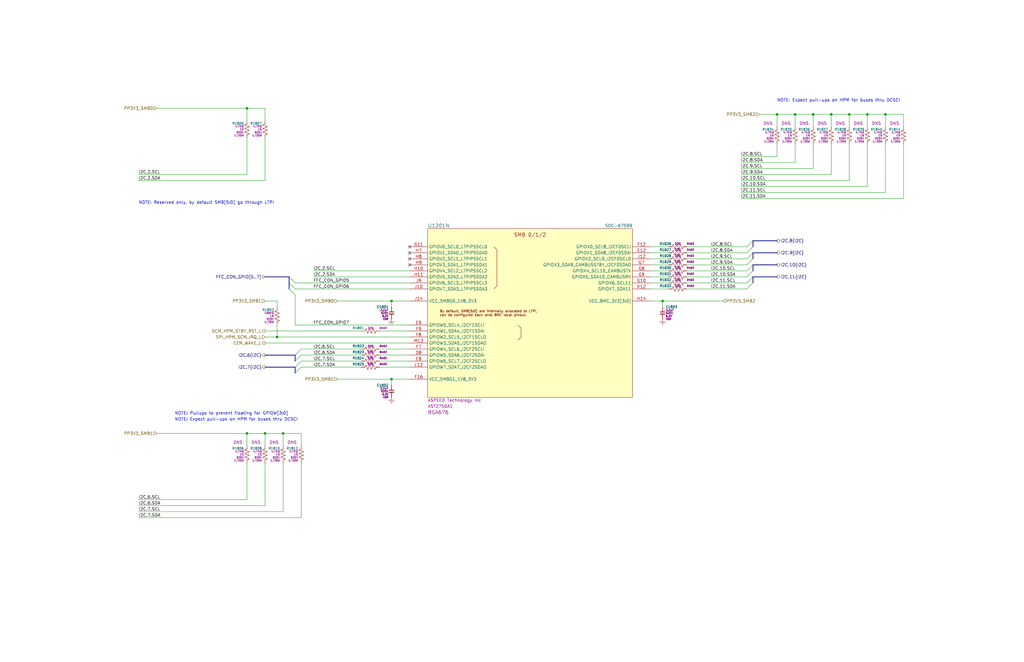
<source format=kicad_sch>
(kicad_sch (version 20231120) (generator "eeschema") (generator_version "8.0")
  (paper "B")
  (title_block (title "${PROJ}") (rev "${REV}") (company "${RPN}") (comment 1 "I2C"))
  (lib_symbols
    (symbol "Capacitors, ceramic, Murata:CCM-722AA" (pin_numbers hide) (pin_names (offset 0) hide)
      (property "Reference" "C" (at 1.27 2.54 0))
      (property "val" "2.2µF" (at 1.27 1.27 0))
      (property "pkg" "0201" (at 1.27 0 0))
      (property "volt" "6.3V" (at 1.27 -1.27 0))
      (property "type" "X5R" (at 1.27 -2.54 0))
      (symbol "CCM-722AA_1_1"
        (pin passive line (at 0 2.54 270) (length 2.032) (name "~") (number "1"))
        (pin passive line (at 0 -2.54 90) (length 2.032) (name "~") (number "2"))
      )
    )
    (symbol "Power:GND" (power) (pin_names (offset 0)) (in_bom no) (on_board no)
      (symbol "GND_1_1"
        (pin power_in line (at 0 0 270) (length 0) hide (name "GND") (number "1"))
      )
    )
    (symbol "Resistors:RES-2220B" (pin_numbers hide) (pin_names (offset 0) hide)
      (property "Reference" "R" (at 1.27 2.54 0))
      (property "val" "22Ω" (at 1.27 1.27 0))
      (property "tol" "1%" (at 1.27 0 0))
      (property "pkg" "0402" (at 1.27 -1.27 0))
      (property "pwr" "1/16W" (at 1.27 -2.54 0))
      (symbol "RES-2220B_1_1"
        (pin passive line (at 0 3.81 270) (length 1.27) (name "~") (number "1"))
        (pin passive line (at 0 -3.81 90) (length 1.27) (name "~") (number "2"))
      )
    )
    (symbol "Resistors:RES-4470A" (pin_numbers hide) (pin_names (offset 0) hide)
      (property "Reference" "R" (at 1.27 2.54 0))
      (property "val" "4.7KΩ" (at 1.27 1.27 0))
      (property "tol" "1%" (at 1.27 0 0))
      (property "pkg" "0201" (at 1.27 -1.27 0))
      (property "pwr" "1/20W" (at 1.27 -2.54 0))
      (symbol "RES-4470A_1_1"
        (pin passive line (at 0 3.81 270) (length 1.27) (name "~") (number "1"))
        (pin passive line (at 0 -3.81 90) (length 1.27) (name "~") (number "2"))
      )
    )
    (symbol "Resistors:RES-6100A" (pin_numbers hide) (pin_names (offset 0) hide)
      (property "Reference" "R" (at 1.27 2.54 0))
      (property "val" "100KΩ" (at 1.27 1.27 0))
      (property "tol" "1%" (at 1.27 0 0))
      (property "pkg" "0201" (at 1.27 -1.27 0))
      (property "pwr" "1/20W" (at 1.27 -2.54 0))
      (symbol "RES-6100A_1_1"
        (pin passive line (at 0 3.81 270) (length 1.27) (name "~") (number "1"))
        (pin passive line (at 0 -3.81 90) (length 1.27) (name "~") (number "2"))
      )
    )
    (symbol "SoCs, non-Rivos:SOC-67599"
      (property "Reference" "U" (at -17.78 57.15 0))
      (property "Value" "SOC-67599" (at 17.78 57.15 0))
      (property "mfr" "ASPEED Technology Inc" (at -17.78 -58.42 0))
      (property "mpn" "AST2750A1" (at -17.78 -60.96 0))
      (property "pkg" "BGA676" (at -17.78 -63.5 0))
      (symbol "SOC-67599_1_1"
        (text "PCIe0" (at -8.89 22.86 0) (effects (font (size 1.524 1.524)) (justify left)))
        (text "PCIe1" (at 2.54 22.86 0) (effects (font (size 1.524 1.524)) (justify left)))
        (pin input line (at -27.94 20.32 0) (length 7.62) (name "PE0CK_P") (number "AA10"))
        (pin passive line (at -27.94 -20.32 0) (length 7.62) hide (name "VCC_PEG4_1V8[1:0]") (number "AA7"))
        (pin power_in line (at -27.94 -10.16 0) (length 7.62) (name "VCC_PEG4_0V8[1:0]") (number "AA8"))
        (pin input inverted_clock (at 27.94 17.78 180) (length 7.62) (name "PE1CK_N") (number "AA9"))
        (pin input inverted_clock (at -27.94 17.78 0) (length 7.62) (name "PE0CK_N") (number "AB10"))
        (pin passive line (at -27.94 -10.16 0) (length 7.62) hide (name "VCC_PEG4_0V8[1:0]") (number "AB8"))
        (pin input inverted (at 27.94 2.54 180) (length 7.62) (name "PE1RX_N") (number "AC7"))
        (pin output inverted (at 27.94 10.16 180) (length 7.62) (name "PE1TX_N") (number "AC9"))
        (pin input line (at 27.94 -10.16 180) (length 7.62) (name "PCIEREF") (number "AD11"))
        (pin input line (at 27.94 5.08 180) (length 7.62) (name "PE1RX_P") (number "AD7"))
        (pin output line (at 27.94 12.7 180) (length 7.62) (name "PE1TX_P") (number "AD9"))
        (pin output line (at -27.94 12.7 0) (length 7.62) (name "PE0TX_P") (number "AE10"))
        (pin bidirectional line (at 27.94 -2.54 180) (length 7.62) (name "PCIE1RSTN1v8") (number "AE3"))
        (pin input line (at -27.94 5.08 0) (length 7.62) (name "PE0RX_P") (number "AE8"))
        (pin output inverted (at -27.94 10.16 0) (length 7.62) (name "PE0TX_N") (number "AF10"))
        (pin bidirectional line (at -27.94 -2.54 0) (length 7.62) (name "PCIE0RSTN1v8") (number "AF2"))
        (pin input inverted (at -27.94 2.54 0) (length 7.62) (name "PE0RX_N") (number "AF8"))
        (pin power_in line (at -27.94 -20.32 0) (length 7.62) (name "VCC_PEG4_1V8[1:0]") (number "Y8"))
        (pin input line (at 27.94 20.32 180) (length 7.62) (name "PE1CK_P") (number "Y9"))
      )
      (symbol "SOC-67599_2_1"
        (text "DP HBR" (at 0 11.43 0) (effects (font (size 1.524 1.524))))
        (pin input line (at 27.94 -8.89 180) (length 7.62) (name "DPHPD1v8") (number "AA6"))
        (pin power_in line (at -27.94 -8.89 0) (length 7.62) (name "VCC_DP_VCC12A_1V2") (number "AB5"))
        (pin power_in line (at -27.94 1.27 0) (length 7.62) (name "VCC_DP_VCC18A_1V8") (number "AB6"))
        (pin bidirectional inverted (at -27.94 6.35 0) (length 7.62) (name "DPAUX_N") (number "AC5"))
        (pin bidirectional line (at -27.94 8.89 0) (length 7.62) (name "DPAUX_P") (number "AD5"))
        (pin output inverted (at 27.94 -1.27 180) (length 7.62) (name "DPMLTX1_N") (number "AE5"))
        (pin output inverted (at 27.94 6.35 180) (length 7.62) (name "DPMLTX0_N") (number "AE6"))
        (pin output line (at 27.94 1.27 180) (length 7.62) (name "DPMLTX1_P") (number "AF5"))
        (pin output line (at 27.94 8.89 180) (length 7.62) (name "DPMLTX0_P") (number "AF6"))
      )
      (symbol "SOC-67599_3_1"
        (text "DDR4/DDR5" (at 0 53.34 0) (effects (font (size 1.524 1.524))))
        (pin output line (at 25.4 43.18 180) (length 7.62) (name "DDR5CK_P") (number "AA1"))
        (pin output inverted_clock (at 25.4 40.64 180) (length 7.62) (name "DDR5CK_N") (number "AA2"))
        (pin bidirectional line (at 25.4 -5.08 180) (length 7.62) (name "DDR4CA10") (number "AA4"))
        (pin output inverted_clock (at 25.4 48.26 180) (length 7.62) (name "DDR4CK_N") (number "AB1"))
        (pin output line (at 25.4 50.8 180) (length 7.62) (name "DDR4CK_P") (number "AB2"))
        (pin bidirectional line (at 25.4 35.56 180) (length 7.62) (name "DDR4BA0") (number "AB3"))
        (pin bidirectional line (at 25.4 33.02 180) (length 7.62) (name "DDR4BA1") (number "AC1"))
        (pin output output_low (at 25.4 -22.86 180) (length 7.62) (name "DDR4CASN") (number "AC3"))
        (pin bidirectional line (at 25.4 -12.7 180) (length 7.62) (name "DDR4CA13") (number "AD1"))
        (pin output output_low (at 25.4 -27.94 180) (length 7.62) (name "DDR4RASN") (number "AD2"))
        (pin output output_low (at 25.4 -40.64 180) (length 7.62) (name "DDR4CSN") (number "AD3"))
        (pin output output_low (at 25.4 -25.4 180) (length 7.62) (name "DDR4WEN") (number "AE1"))
        (pin output line (at 25.4 -45.72 180) (length 7.62) (name "DDR_ODT") (number "AE2"))
        (pin bidirectional inverted (at -25.4 33.02 0) (length 7.62) (name "DDRDQS0_N") (number "G1"))
        (pin bidirectional line (at -25.4 35.56 0) (length 7.62) (name "DDRDQS0_P") (number "G2"))
        (pin bidirectional line (at -25.4 22.86 0) (length 7.62) (name "DDRDQ0") (number "G3"))
        (pin bidirectional line (at -25.4 15.24 0) (length 7.62) (name "DDRDQ3") (number "H3"))
        (pin bidirectional line (at -25.4 20.32 0) (length 7.62) (name "DDRDQ1") (number "H4"))
        (pin bidirectional line (at -25.4 7.62 0) (length 7.62) (name "DDRDQ6") (number "J1"))
        (pin output line (at -25.4 27.94 0) (length 7.62) (name "DDRDM0") (number "J2"))
        (pin bidirectional line (at -25.4 12.7 0) (length 7.62) (name "DDRDQ4") (number "J3"))
        (pin bidirectional line (at -25.4 17.78 0) (length 7.62) (name "DDRDQ2") (number "J4"))
        (pin bidirectional line (at -25.4 5.08 0) (length 7.62) (name "DDRDQ7") (number "K2"))
        (pin bidirectional line (at -25.4 10.16 0) (length 7.62) (name "DDRDQ5") (number "K3"))
        (pin bidirectional line (at -25.4 -12.7 0) (length 7.62) (name "DDRDQ8") (number "L3"))
        (pin bidirectional inverted (at -25.4 -2.54 0) (length 7.62) (name "DDRDQS1_N") (number "M1"))
        (pin bidirectional line (at -25.4 0 0) (length 7.62) (name "DDRDQS1_P") (number "M2"))
        (pin bidirectional line (at -25.4 -15.24 0) (length 7.62) (name "DDRDQ9") (number "M3"))
        (pin bidirectional line (at -25.4 -20.32 0) (length 7.62) (name "DDRDQ11") (number "M4"))
        (pin bidirectional line (at -25.4 -25.4 0) (length 7.62) (name "DDRDQ13") (number "N1"))
        (pin bidirectional line (at -25.4 -17.78 0) (length 7.62) (name "DDRDQ10") (number "N2"))
        (pin output line (at -25.4 -7.62 0) (length 7.62) (name "DDRDM1") (number "N3"))
        (pin bidirectional line (at -25.4 -30.48 0) (length 7.62) (name "DDRDQ15") (number "P1"))
        (pin bidirectional line (at -25.4 -27.94 0) (length 7.62) (name "DDRDQ14") (number "P3"))
        (pin bidirectional line (at -25.4 -22.86 0) (length 7.62) (name "DDRDQ12") (number "P4"))
        (pin bidirectional line (at 25.4 -17.78 180) (length 7.62) (name "DDR4CKE_DDR5CSN") (number "R2"))
        (pin output output_low (at 25.4 -38.1 180) (length 7.62) (name "DDR4ACTN_DDR5CA2") (number "R3"))
        (pin bidirectional line (at 25.4 25.4 180) (length 7.62) (name "DDR4BG1_DDR5CA1") (number "R4"))
        (pin bidirectional line (at 25.4 2.54 180) (length 7.62) (name "DDR4CA7_DDR5CA6") (number "T1"))
        (pin bidirectional line (at 25.4 27.94 180) (length 7.62) (name "DDR4BG0_DDR5CA0") (number "T2"))
        (pin open_collector line (at 25.4 -33.02 180) (length 7.62) (name "DDR_ALERTN") (number "T4"))
        (pin bidirectional line (at 25.4 -2.54 180) (length 7.62) (name "DDR4CA9_DDR5CA3") (number "U1"))
        (pin bidirectional line (at 25.4 -10.16 180) (length 7.62) (name "DDR4CA12_DDR5CA4") (number "U2"))
        (pin bidirectional line (at 25.4 -7.62 180) (length 7.62) (name "DDR4CA11_DDR5CA5") (number "U3"))
        (pin bidirectional line (at 25.4 5.08 180) (length 7.62) (name "DDR4CA6_DDR5CA8") (number "U4"))
        (pin bidirectional line (at 25.4 0 180) (length 7.62) (name "DDR4CA8_DDR5CA7") (number "V1"))
        (pin bidirectional line (at 25.4 10.16 180) (length 7.62) (name "DDR4CA4_DDR5CA10") (number "V3"))
        (pin bidirectional line (at 25.4 15.24 180) (length 7.62) (name "DDR4CA2_DDR5CA12") (number "V4"))
        (pin output line (at -25.4 -48.26 0) (length 7.62) (name "DDRATO") (number "V5"))
        (pin bidirectional line (at 25.4 12.7 180) (length 7.62) (name "DDR4CA3_DDR5CA11") (number "W1"))
        (pin bidirectional line (at 25.4 7.62 180) (length 7.62) (name "DDR4CA5_DDR5CA9") (number "W2"))
        (pin bidirectional line (at 25.4 20.32 180) (length 7.62) (name "DDR4CA0") (number "W3"))
        (pin input line (at 25.4 -50.8 180) (length 7.62) (name "DDR_ZN") (number "W4"))
        (pin bidirectional line (at 25.4 17.78 180) (length 7.62) (name "DDR4CA1_DDR5CA13") (number "Y1"))
        (pin output output_low (at 25.4 -35.56 180) (length 7.62) (name "DDRRESETN") (number "Y2"))
        (pin output line (at -25.4 -50.8 0) (length 7.62) (name "DDRDTO") (number "Y3"))
      )
      (symbol "SOC-67599_4_1"
        (text "UFS 2.1" (at 0 13.97 0) (effects (font (size 1.524 1.524))))
        (pin output line (at 27.94 11.43 180) (length 7.62) (name "UFSTX0_P") (number "A2"))
        (pin input line (at 27.94 -8.89 180) (length 7.62) (name "UFSRX1_P") (number "B1"))
        (pin output inverted (at 27.94 8.89 180) (length 7.62) (name "UFSTX0_N") (number "B2"))
        (pin input inverted (at 27.94 -11.43 180) (length 7.62) (name "UFSRX1_N") (number "C1"))
        (pin output line (at 27.94 6.35 180) (length 7.62) (name "UFSTX1_P") (number "C2"))
        (pin input line (at 27.94 -3.81 180) (length 7.62) (name "UFSRX0_P") (number "D1"))
        (pin output inverted (at 27.94 3.81 180) (length 7.62) (name "UFSTX1_N") (number "D2"))
        (pin input inverted (at 27.94 -6.35 180) (length 7.62) (name "UFSRX0_N") (number "E1"))
        (pin output clock (at -27.94 11.43 0) (length 7.62) (name "UFSREFCK1v2") (number "E2"))
        (pin output output_low (at -27.94 6.35 0) (length 7.62) (name "UFSRSTN1v2") (number "F2"))
        (pin power_in line (at -27.94 -11.43 0) (length 7.62) (name "VCC_UFS_0V8") (number "K7"))
        (pin power_in line (at -27.94 -1.27 0) (length 7.62) (name "VCC_UFS_1V8") (number "L8"))
      )
      (symbol "SOC-67599_5_1"
        (text "USB2C supports USB-to-UART\n(access to UART11 and UART12)" (at -5.08 16.51 0) (effects (font (size 1 1)) (justify left)))
        (text "USB3.1 Gen2" (at 0 39.37 0) (effects (font (size 1.524 1.524))))
        (pin output inverted (at -27.94 34.29 0) (length 7.62) (name "USB3ATX_N") (number "A3"))
        (pin bidirectional line (at 27.94 29.21 180) (length 7.62) (name "USB2B_P") (number "A4"))
        (pin input inverted (at -27.94 11.43 0) (length 7.62) (name "USB3BRX_N") (number "A5"))
        (pin output line (at -27.94 36.83 0) (length 7.62) (name "USB3ATX_P") (number "B3"))
        (pin bidirectional inverted (at 27.94 26.67 180) (length 7.62) (name "USB2B_N") (number "B4"))
        (pin input line (at -27.94 13.97 0) (length 7.62) (name "USB3BRX_P") (number "B5"))
        (pin bidirectional line (at 27.94 36.83 180) (length 7.62) (name "USB2A_P") (number "C3"))
        (pin input line (at -27.94 29.21 0) (length 7.62) (name "USB3ARX_P") (number "C5"))
        (pin bidirectional inverted (at 27.94 34.29 180) (length 7.62) (name "USB2A_N") (number "D3"))
        (pin input inverted (at -27.94 26.67 0) (length 7.62) (name "USB3ARX_N") (number "D5"))
        (pin input line (at 27.94 -31.75 180) (length 7.62) (name "USB2ATXRTUNE") (number "E3"))
        (pin input line (at -27.94 -31.75 0) (length 7.62) (name "USB3RESREF") (number "E4"))
        (pin output line (at -27.94 21.59 0) (length 7.62) (name "USB3BTX_P") (number "E6"))
        (pin input line (at 27.94 -36.83 180) (length 7.62) (name "USB2BTXRTUNE") (number "F5"))
        (pin output inverted (at -27.94 19.05 0) (length 7.62) (name "USB3BTX_N") (number "F6"))
        (pin power_in line (at 27.94 3.81 180) (length 7.62) (name "VCCA_USB2C_3V3") (number "G15"))
        (pin input clock (at -27.94 6.35 0) (length 7.62) (name "USB25CK_P") (number "G6"))
        (pin bidirectional line (at 27.94 21.59 180) (length 7.62) (name "USB2C_P") (number "H15"))
        (pin input inverted_clock (at -27.94 3.81 0) (length 7.62) (name "USB25CK_N") (number "H6"))
        (pin bidirectional inverted (at 27.94 19.05 180) (length 7.62) (name "USB2C_N") (number "J15"))
        (pin power_in line (at 27.94 6.35 180) (length 7.62) (name "VCC_USB2_3V3") (number "J7"))
        (pin power_in line (at -27.94 -8.89 0) (length 7.62) (name "VCC_USB3_1V8[1:0]") (number "K10"))
        (pin power_in line (at 27.94 -19.05 180) (length 7.62) (name "VCC_USB2_0V8") (number "K11"))
        (pin power_in line (at 27.94 1.27 180) (length 7.62) (name "VCCA_USB2D_3V3") (number "K14"))
        (pin bidirectional line (at 27.94 13.97 180) (length 7.62) (name "USB2D_P") (number "K15"))
        (pin power_in line (at -27.94 -19.05 0) (length 7.62) (name "VCC_USB3_0V8[1:0]") (number "K9"))
        (pin passive line (at -27.94 -8.89 0) (length 7.62) hide (name "VCC_USB3_1V8[1:0]") (number "L10"))
        (pin power_in line (at 27.94 -8.89 180) (length 7.62) (name "VCC_USB2_1V8") (number "L11"))
        (pin bidirectional inverted (at 27.94 11.43 180) (length 7.62) (name "USB2D_N") (number "L15"))
        (pin passive line (at -27.94 -19.05 0) (length 7.62) hide (name "VCC_USB3_0V8[1:0]") (number "L9"))
      )
      (symbol "SOC-67599_6_1"
        (text "eMMC" (at -5.08 36.83 0) (effects (font (size 1.524 1.524))))
        (text "JTAG0 (M/S)" (at 7.62 29.21 0) (effects (font (size 1.524 1.524)) (justify left)))
        (text "JTAG1 (M)" (at 1.27 12.7 0) (effects (font (size 1.524 1.524)) (justify left)))
        (text "LTPI1 Rx" (at 10.16 -24.13 0) (effects (font (size 1.524 1.524)) (justify left)))
        (text "LTPI1 Tx" (at 10.16 -8.89 0) (effects (font (size 1.524 1.524)) (justify left)))
        (text "LTPI2 Rx" (at -10.16 -24.13 0) (effects (font (size 1.524 1.524)) (justify right)))
        (text "LTPI2 Tx" (at -10.16 -8.89 0) (effects (font (size 1.524 1.524)) (justify right)))
        (pin input line (at 45.72 29.21 180) (length 7.62) (name "TMS01v8") (number "AA5"))
        (pin bidirectional line (at -45.72 21.59 0) (length 7.62) (name "EMMCDAT3_GPIO18A5") (number "AB13"))
        (pin input input_low (at -45.72 1.27 0) (length 7.62) (name "EMMCCDN_VB0CSN_GPIO18A6") (number "AB14"))
        (pin bidirectional line (at -45.72 13.97 0) (length 7.62) (name "EMMCDAT5_VB0MISO_GPIO18B1_UFSCLKI") (number "AC13"))
        (pin output clock (at -45.72 34.29 0) (length 7.62) (name "EMMCCLK_VB1CSN_GPIO18A0") (number "AC14"))
        (pin input inverted (at 45.72 -29.21 180) (length 7.62) (name "LTPI1RX_N") (number "AC21"))
        (pin output line (at 45.72 -11.43 180) (length 7.62) (name "LTPI1TX_P") (number "AC23"))
        (pin bidirectional line (at -45.72 11.43 0) (length 7.62) (name "EMMCDAT6_DDCCLK_GPIO18B2") (number "AD13"))
        (pin bidirectional line (at -45.72 29.21 0) (length 7.62) (name "EMMCDAT0_VB1MOSI_GPIO18A2") (number "AD14"))
        (pin input line (at 45.72 -26.67 180) (length 7.62) (name "LTPI1RX_P") (number "AD21"))
        (pin output inverted (at 45.72 -13.97 180) (length 7.62) (name "LTPI1TX_N") (number "AD23"))
        (pin input input_low (at 45.72 34.29 180) (length 7.62) (name "NTRST01v8") (number "AD4"))
        (pin bidirectional line (at -45.72 8.89 0) (length 7.62) (name "EMMCDAT7_DDCDAT_GPIO18B3") (number "AE13"))
        (pin bidirectional line (at -45.72 26.67 0) (length 7.62) (name "EMMCDAT1_VB1MISO_GPIO18A3") (number "AE14"))
        (pin bidirectional line (at -45.72 3.81 0) (length 7.62) (name "EMMCCMD_VB1CK_GPIO18A1") (number "AE15"))
        (pin input inverted_clock (at 45.72 -21.59 180) (length 7.62) (name "LTPI1RXCK_N") (number "AE22"))
        (pin output inverted (at 45.72 -6.35 180) (length 7.62) (name "LTPI1TXCK_N") (number "AE24"))
        (pin input line (at 45.72 24.13 180) (length 7.62) (name "TDI01v8") (number "AE4"))
        (pin bidirectional line (at -45.72 16.51 0) (length 7.62) (name "EMMCDAT4_VB0MOSI_GPIO18B0") (number "AF13"))
        (pin bidirectional line (at -45.72 24.13 0) (length 7.62) (name "EMMCDAT2_GPIO18A4") (number "AF14"))
        (pin input clock (at 45.72 -19.05 180) (length 7.62) (name "LTPI1RXCK_P") (number "AF22"))
        (pin output line (at 45.72 -3.81 180) (length 7.62) (name "LTPI1TXCK_P") (number "AF24"))
        (pin input clock (at 45.72 31.75 180) (length 7.62) (name "TCK01v8") (number "AF3"))
        (pin output line (at 45.72 26.67 180) (length 7.62) (name "TDO01v8") (number "AF4"))
        (pin output output_low (at 45.72 19.05 180) (length 7.62) (name "GPIOQ2_MNTRST13v3") (number "D12"))
        (pin output line (at 45.72 13.97 180) (length 7.62) (name "GPIOQ4_MTMS13v3") (number "E11"))
        (pin output line (at 45.72 16.51 180) (length 7.62) (name "GPIOQ3_MTCK13v3") (number "F10"))
        (pin output line (at 45.72 11.43 180) (length 7.62) (name "GPIOQ5_MTDI13v3") (number "F11"))
        (pin input line (at 45.72 8.89 180) (length 7.62) (name "GPIOQ6_MTDO13v3") (number "F13"))
        (pin power_in line (at 45.72 3.81 180) (length 7.62) (name "VCC_BMC_3V3[3:0]") (number "G13"))
        (pin power_in line (at -45.72 -34.29 0) (length 7.62) (name "VCC_LTPIIO2_1V8[1:0]") (number "P19"))
        (pin power_in line (at 45.72 -34.29 180) (length 7.62) (name "VCC_LTPIIO_1V8[1:0]") (number "P20"))
        (pin passive line (at 45.72 -34.29 180) (length 7.62) hide (name "VCC_LTPIIO_1V8[1:0]") (number "P21"))
        (pin passive line (at -45.72 -34.29 0) (length 7.62) hide (name "VCC_LTPIIO2_1V8[1:0]") (number "R20"))
        (pin output inverted (at -45.72 -6.35 0) (length 7.62) (name "LTPI2TXCK_N") (number "T25"))
        (pin output line (at -45.72 -3.81 0) (length 7.62) (name "LTPI2TXCK_P") (number "T26"))
        (pin output inverted (at -45.72 -13.97 0) (length 7.62) (name "LTPI2TX_N") (number "U23"))
        (pin output line (at -45.72 -11.43 0) (length 7.62) (name "LTPI2TX_P") (number "U24"))
        (pin input inverted_clock (at -45.72 -21.59 0) (length 7.62) (name "LTPI2RXCK_N") (number "V25"))
        (pin input clock (at -45.72 -19.05 0) (length 7.62) (name "LTPI2RXCK_P") (number "V26"))
        (pin input inverted (at -45.72 -29.21 0) (length 7.62) (name "LTPI2RX_N") (number "W23"))
        (pin input line (at -45.72 -26.67 0) (length 7.62) (name "LTPI2RX_P") (number "W24"))
      )
      (symbol "SOC-67599_7_1"
        (text "eSPI0/1" (at 0 13.97 0) (effects (font (size 1.524 1.524))))
        (pin input input_low (at -58.42 3.81 0) (length 7.62) (name "ESPI0CSN_L0FRAMEN_GPIOM5") (number "B13"))
        (pin bidirectional line (at -58.42 -6.35 0) (length 7.62) (name "ESPI0D3_L0AD3_GPIOM3") (number "B14"))
        (pin bidirectional line (at -58.42 -3.81 0) (length 7.62) (name "ESPI0D2_L0AD2_GPIOM2") (number "B15"))
        (pin bidirectional line (at -58.42 1.27 0) (length 7.62) (name "ESPI0D0_L0AD0_GPIOM0") (number "B16"))
        (pin open_collector line (at 58.42 6.35 180) (length 7.62) (name "ESPI1ALTN_L1SIRQN_SD0CMD_GPIOA2_SDA3_VPIVS") (number "C11"))
        (pin bidirectional line (at 58.42 -3.81 180) (length 7.62) (name "ESPI1D2_L1AD2_SD0DAT2_GPIOA6_SDA2") (number "C12"))
        (pin bidirectional line (at 58.42 -6.35 180) (length 7.62) (name "ESPI1D3_L1AD3_SD0DAT3_GPIOA7_SCL3") (number "C13"))
        (pin input input_low (at 58.42 8.89 180) (length 7.62) (name "ESPI1RSTN_LPC1RSTN_SD0CDN_GPIOA1_SCL1_VPIHS") (number "C14"))
        (pin input input_low (at -58.42 8.89 0) (length 7.62) (name "ESPI0RSTN_LPC0RSTN_GPIOM7") (number "C15"))
        (pin input clock (at 58.42 11.43 180) (length 7.62) (name "ESPI1CK_L1CLK_SD0CLK_GPIOA0_SCL0_VPICLK") (number "C16"))
        (pin input clock (at -58.42 11.43 0) (length 7.62) (name "ESPI0CK_L0CLK_OSCCLK_GPIOM4") (number "C17"))
        (pin bidirectional line (at 58.42 -1.27 180) (length 7.62) (name "ESPI1D1_L1AD1_SD0DAT1_GPIOA5_SCL2_VPIR1") (number "D10"))
        (pin bidirectional line (at -58.42 -1.27 0) (length 7.62) (name "ESPI0D1_L0AD1_GPIOM1") (number "D14"))
        (pin input input_low (at 58.42 3.81 180) (length 7.62) (name "ESPI1CSN_L1FRAMEN_SD0WPN_GPIOA3_SDA0_VPIDE") (number "D9"))
        (pin open_collector line (at -58.42 6.35 0) (length 7.62) (name "ESPI0ALTN_L0SIRQN_GPIOM6") (number "E14"))
        (pin bidirectional line (at 58.42 1.27 180) (length 7.62) (name "ESPI1D0_L1AD0_SD0DAT0_GPIOA4_SDA1_VPIR0") (number "F14"))
        (pin power_in line (at 58.42 -11.43 180) (length 7.62) (name "VCC_ESPI1_1V8_3V3") (number "G17"))
        (pin power_in line (at -58.42 -11.43 0) (length 7.62) (name "VCC_ESPI0_1V8_3V3") (number "G18"))
      )
      (symbol "SOC-67599_8_1"
        (text "AST27x0A1: BOOT_FROM_UART strap at pin W16\n0: Disable (int. pulldown)\n1: Enable (ext. pullup required)" (at -29.21 -17.78 0) (effects (font (size 1 1)) (justify left)))
        (text "AST27x0A1: HeartBeat LED function strap at pin AC16\n0: Enable (int. pulldown)\n1: Disable (ext. pullup required)" (at -36.83 12.7 0) (effects (font (size 1 1)) (justify left)))
        (text "AST27x0A1: LTPI CRC mode sel. strap at pin AA14\n0: CRC option 1 (int. pulldown)\n1: CRC option 2" (at -29.21 -11.43 0) (effects (font (size 1 1)) (justify left)))
        (text "Debug / Boot from UART" (at -6.35 -26.67 0) (effects (font (size 1.524 1.524)) (justify left)))
        (text "UART / GPIO" (at -1.27 33.02 0) (effects (font (size 1.524 1.524))))
        (pin bidirectional line (at -52.07 -7.62 0) (length 7.62) (name "GPIOF5_NRTS1") (number "AA14"))
        (pin bidirectional line (at -52.07 5.08 0) (length 7.62) (name "GPIOF0_NCTS1_SIOONCTRLN1_HPM1GPO0") (number "AA15"))
        (pin bidirectional line (at -52.07 27.94 0) (length 7.62) (name "GPIOE1_NDCD0_SIOPBIN1") (number "AA16"))
        (pin bidirectional line (at 52.07 20.32 180) (length 7.62) (name "GPIOG3_RXD3_WDTRST1N_PWM9_SDA12_SM1CLKI") (number "AA17"))
        (pin bidirectional line (at -52.07 2.54 0) (length 7.62) (name "GPIOF1_NDCD1_SIOPWRGD1_HPM1GPO1") (number "AB15"))
        (pin bidirectional line (at -52.07 17.78 0) (length 7.62) (name "GPIOE5_NRTS0_SIOPWREQN1") (number "AB16"))
        (pin output line (at 52.07 7.62 180) (length 7.62) (name "TXD5_GPIOG4_WDTRST2N_PWM10_SCL13_SM1MOSII") (number "AB17"))
        (pin bidirectional line (at 52.07 30.48 180) (length 7.62) (name "GPIOG0_TXD2") (number "AB18"))
        (pin bidirectional line (at -52.07 0 0) (length 7.62) (name "GPIOF2_NDSR1_SALT2") (number "AC15"))
        (pin output line (at -52.07 15.24 0) (length 7.62) (name "TXD0") (number "AC16"))
        (pin bidirectional line (at 52.07 0 180) (length 7.62) (name "GPIOG6_TXD6_PWM12_SALT0_SCL14_SM1IO2I") (number "AC17"))
        (pin bidirectional line (at 52.07 27.94 180) (length 7.62) (name "GPIOG1_RXD2_SCL12") (number "AC18"))
        (pin output line (at 52.07 15.24 180) (length 7.62) (name "TXD41v8") (number "AD12"))
        (pin bidirectional line (at -52.07 -2.54 0) (length 7.62) (name "GPIOF3_NRI1_SALT3") (number "AD15"))
        (pin input line (at 52.07 5.08 180) (length 7.62) (name "RXD5_GPIOG5_WDTRST3N_PWM11_SDA13_SM1MISOI") (number "AD16"))
        (pin bidirectional line (at 52.07 -2.54 180) (length 7.62) (name "GPIOG7_RXD6_PWM13_SALT1_SDA14_SM1IO3I") (number "AD17"))
        (pin input line (at 52.07 12.7 180) (length 7.62) (name "RXD41v8") (number "AE12"))
        (pin bidirectional line (at 52.07 -5.08 180) (length 7.62) (name "GPIOH0_TXD7_PWM14_SCL15_SM1CS0NO") (number "AE16"))
        (pin bidirectional line (at 52.07 -7.62 180) (length 7.62) (name "GPIOH1_RXD7_PWM15_SDA15_SM1MUXSEL") (number "AE17"))
        (pin input line (at -52.07 12.7 0) (length 7.62) (name "RXD0") (number "AF16"))
        (pin bidirectional line (at -52.07 30.48 0) (length 7.62) (name "GPIOE0_NCTS0_SIOPBON1") (number "AF17"))
        (pin output line (at 52.07 -22.86 180) (length 7.62) (name "BMCUART_TXD12") (number "D11"))
        (pin input line (at 52.07 -25.4 180) (length 7.62) (name "BMCUART_RXD12") (number "D13"))
        (pin power_in line (at 52.07 -30.48 180) (length 7.62) (name "VCC_BMC_3V3[3:0]") (number "G14"))
        (pin power_in line (at 52.07 -12.7 180) (length 7.62) (name "VCC_PG2_1V8_3V3[1:0]") (number "H16"))
        (pin bidirectional line (at -52.07 20.32 0) (length 7.62) (name "GPIOE4_NDTR0_SIOS5N1") (number "J13"))
        (pin passive line (at 52.07 -12.7 180) (length 7.62) hide (name "VCC_PG2_1V8_3V3[1:0]") (number "J16"))
        (pin bidirectional line (at 52.07 22.86 180) (length 7.62) (name "GPIOG2_TXD3_WDTRST0N_PWM8_SM1CS0NI") (number "K13"))
        (pin power_in line (at -52.07 -22.86 0) (length 7.62) (name "VCC_SYSUART_1V8_3V3[1:0]") (number "K16"))
        (pin passive line (at -52.07 -22.86 0) (length 7.62) hide (name "VCC_SYSUART_1V8_3V3[1:0]") (number "L16"))
        (pin bidirectional line (at -52.07 -12.7 0) (length 7.62) (name "GPIOF7_RXD1") (number "V16"))
        (pin bidirectional line (at -52.07 22.86 0) (length 7.62) (name "GPIOE3_NRI0_SIOS3N1") (number "V17"))
        (pin bidirectional line (at -52.07 -10.16 0) (length 7.62) (name "GPIOF6_TXD1") (number "W16"))
        (pin bidirectional line (at -52.07 -5.08 0) (length 7.62) (name "GPIOF4_NDTR1_HPM1GPO2") (number "Y15"))
        (pin bidirectional line (at -52.07 25.4 0) (length 7.62) (name "GPIOE2_NDSR0_SIOSCIN1") (number "Y16"))
      )
      (symbol "SOC-67599_9_1"
        (text "MISC" (at 0 11.43 0) (effects (font (size 1.524 1.524))))
        (text "PECI" (at -1.27 -3.81 0) (effects (font (size 1.524 1.524)) (justify left)))
        (pin input input_low (at -33.02 3.81 0) (length 7.62) (name "SRSTN1v8") (number "AB11"))
        (pin input input_low (at -33.02 1.27 0) (length 7.62) (name "EXTRSTN1v8") (number "AB12"))
        (pin output output_low (at -33.02 -6.35 0) (length 7.62) (name "RSTIND1v8") (number "AB4"))
        (pin input line (at 33.02 8.89 180) (length 7.62) (name "ENTEST1v8") (number "AC11"))
        (pin input clock (at -33.02 8.89 0) (length 7.62) (name "CLKIN1v8") (number "AC12"))
        (pin bidirectional line (at 33.02 -1.27 180) (length 7.62) (name "PECI") (number "AD24"))
        (pin input input_low (at -33.02 -1.27 0) (length 7.62) (name "SSPRSTN1v8") (number "AF12"))
        (pin input input_low (at -33.02 -8.89 0) (length 7.62) (name "TSTRSTN") (number "AF15"))
        (pin power_in line (at 33.02 -6.35 180) (length 7.62) (name "VCC_PECIVDD_1V0") (number "L23"))
        (pin input input_low (at 33.02 3.81 180) (length 7.62) (name "CHASIN") (number "V15"))
      )
      (symbol "SOC-67599_10_1"
        (text "GPIO / TACH / PWM" (at 0 22.86 0) (effects (font (size 1.524 1.524))))
        (text "SCMGPO[11:0] will drive output 0 during power on until uboot \nconfiguration, make sure no harm to the peripherals connected." (at -49.53 -19.05 0) (effects (font (size 1 1)) (justify left)))
        (pin bidirectional line (at -58.42 17.78 0) (length 7.62) (name "GPIOB1_TACH1_THRUOUT0_SCMGPO1_VPIR3") (number "AA25"))
        (pin bidirectional line (at -58.42 15.24 0) (length 7.62) (name "GPIOB2_TACH2_THRUIN1_SCMGPO2_VPIR4") (number "AB23"))
        (pin bidirectional line (at 58.42 20.32 180) (length 7.62) (name "GPIOC2_TACH10_SALT12_NCTS6_SCMGPO10_VPIG4") (number "AB26"))
        (pin bidirectional line (at -58.42 20.32 0) (length 7.62) (name "GPIOB0_TACH0_THRUIN0_SCMGPO0_VPIR2") (number "AC26"))
        (pin bidirectional line (at 58.42 -15.24 180) (length 7.62) (name "GPIOD7_PWM7_SIOPWRGD0_SM0MUXSEL_HPM0GPO3") (number "AD22"))
        (pin bidirectional line (at 58.42 0 180) (length 7.62) (name "GPIOD1_PWM1_SIOPBIN0_SM0CLKI_HPM0GPI1_VPIB3") (number "AD25"))
        (pin bidirectional line (at 58.42 17.78 180) (length 7.62) (name "GPIOC3_TACH11_SALT13_NDCD6_SCMGPO11_VPIG5") (number "AD26"))
        (pin bidirectional line (at 58.42 -10.16 180) (length 7.62) (name "GPIOD5_PWM5_SIOPWREQN0_SM0IO3I_HPM0GPO1_VPIB7") (number "AE21"))
        (pin bidirectional line (at 58.42 -12.7 180) (length 7.62) (name "GPIOD6_PWM6_SIOONCTRLN0_SM0CS0NO_HPM0GPO2") (number "AE23"))
        (pin bidirectional line (at 58.42 2.54 180) (length 7.62) (name "GPIOD0_PWM0_SIOPBON0_SM0CS0NI_HPM0GPI0_VPIB2") (number "AE25"))
        (pin bidirectional line (at 58.42 12.7 180) (length 7.62) (name "GPIOC5_TACH13_SALT15_NRI6_SCMGPI1_VPIG7") (number "AE26"))
        (pin bidirectional line (at 58.42 -5.08 180) (length 7.62) (name "GPIOD3_PWM3_SIOS3N0_SM0MISOI_HPM0GPI3_VPIB5") (number "AF20"))
        (pin bidirectional line (at 58.42 -7.62 180) (length 7.62) (name "GPIOD4_PWM4_SIOS5N0_SM0IO2I_HPM0GPO0_VPIB6") (number "AF21"))
        (pin bidirectional line (at 58.42 -2.54 180) (length 7.62) (name "GPIOD2_PWM2_SIOSCIN0_SM0MOSII_HPM0GPI2_VPIB4") (number "AF23"))
        (pin bidirectional line (at 58.42 7.62 180) (length 7.62) (name "GPIOC7_TACH15_NRTS6_SM0CS0NI_SCMGPI3_VPIB1") (number "AF25"))
        (pin bidirectional line (at 58.42 10.16 180) (length 7.62) (name "GPIOC6_TACH14_NDTR6_SCMGPI2_VPIB0") (number "AF26"))
        (pin power_in line (at 58.42 -20.32 180) (length 7.62) (name "VCC_PG1_1V8_3V3[1:0]") (number "L25"))
        (pin power_in line (at -58.42 -7.62 0) (length 7.62) (name "VCC_PG0_1V8_3V3") (number "M24"))
        (pin passive line (at 58.42 -20.32 180) (length 7.62) hide (name "VCC_PG1_1V8_3V3[1:0]") (number "M25"))
        (pin bidirectional line (at -58.42 2.54 0) (length 7.62) (name "GPIOB7_TACH7_NRI5_SCMGPO7_VPIG1") (number "N25"))
        (pin bidirectional line (at -58.42 7.62 0) (length 7.62) (name "GPIOB5_TACH5_NDCD5_SCMGPO5_VPIR7") (number "N26"))
        (pin bidirectional line (at -58.42 5.08 0) (length 7.62) (name "GPIOB6_TACH6_NDSR5_SCMGPO6_VPIG0") (number "P25"))
        (pin bidirectional line (at 58.42 15.24 180) (length 7.62) (name "GPIOC4_TACH12_SALT14_NDSR6_SCMGPI0_VPIG6") (number "P26"))
        (pin bidirectional line (at -58.42 12.7 0) (length 7.62) (name "GPIOB3_TACH3_THRUOUT1_SCMGPO3_VPIR5") (number "U22"))
        (pin bidirectional line (at -58.42 10.16 0) (length 7.62) (name "GPIOB4_TACH4_NCTS5_SCMGPO4_VPIR6") (number "V21"))
        (pin bidirectional line (at -58.42 0 0) (length 7.62) (name "GPIOC0_TACH8_NDTR5_SCMGPO8_VPIG2") (number "V23"))
        (pin bidirectional line (at -58.42 -2.54 0) (length 7.62) (name "GPIOC1_TACH9_NRTS5_SCMGPO9_VPIG3") (number "W22"))
      )
      (symbol "SOC-67599_11_1"
        (text "FSI/I3CLV1" (at -15.24 -25.4 0) (effects (font (size 1.524 1.524)) (justify left)))
        (text "I3CHV0" (at 7.62 26.67 0) (effects (font (size 1.524 1.524)) (justify left)))
        (text "I3CHV1" (at -15.24 26.67 0) (effects (font (size 1.524 1.524)) (justify left)))
        (text "I3CLV1" (at -15.24 -5.08 0) (effects (font (size 1.524 1.524)) (justify left)))
        (pin bidirectional line (at -55.88 -2.54 0) (length 7.62) (name "GPIOJ3_I3CSDA5") (number "AA20"))
        (pin bidirectional line (at -55.88 -20.32 0) (length 7.62) (name "GPIOK2_I3CSCL9_FSI1CLK") (number "AA21"))
        (pin bidirectional line (at -55.88 -5.08 0) (length 7.62) (name "GPIOJ4_I3CSCL6") (number "AA22"))
        (pin bidirectional line (at -55.88 27.94 0) (length 7.62) (name "GPIOI4_HVI3C14SCL_SCL14") (number "AA23"))
        (pin bidirectional line (at 55.88 30.48 180) (length 7.62) (name "GPIOL3_HVI3CSDA1_SDA9") (number "AA24"))
        (pin bidirectional line (at 55.88 25.4 180) (length 7.62) (name "GPIOL5_HVI3CSDA2_SDA10") (number "AA26"))
        (pin bidirectional line (at -55.88 -7.62 0) (length 7.62) (name "GPIOJ5_I3CSDA6") (number "AB20"))
        (pin bidirectional line (at -55.88 -22.86 0) (length 7.62) (name "GPIOK3_I3CSDA9_FSI1DATA") (number "AB21"))
        (pin bidirectional line (at -55.88 22.86 0) (length 7.62) (name "GPIOI6_HVI3C15SCL_SCL15") (number "AB22"))
        (pin bidirectional line (at -55.88 -25.4 0) (length 7.62) (name "GPIOK4_I3CSCL10_FSI2CLK") (number "AC19"))
        (pin bidirectional line (at -55.88 -17.78 0) (length 7.62) (name "GPIOK1_I3CSDA8_FSI0DATA") (number "AC20"))
        (pin bidirectional line (at -55.88 25.4 0) (length 7.62) (name "GPIOI5_HVI3C14SDA_SDA14") (number "AC22"))
        (pin bidirectional line (at -55.88 -33.02 0) (length 7.62) (name "GPIOK7_I3CSDA11_FSI3DATA") (number "AD18"))
        (pin bidirectional line (at -55.88 -30.48 0) (length 7.62) (name "GPIOK6_I3CSCL11_FSI3CLK") (number "AD19"))
        (pin bidirectional line (at -55.88 -15.24 0) (length 7.62) (name "GPIOK0_I3CSCL8_FSI0CLK") (number "AD20"))
        (pin bidirectional line (at -55.88 -27.94 0) (length 7.62) (name "GPIOK5_I3CSDA10_FSI2DATA") (number "AE18"))
        (pin bidirectional line (at -55.88 -12.7 0) (length 7.62) (name "GPIOJ7_I3CSDA7") (number "AE19"))
        (pin bidirectional line (at -55.88 5.08 0) (length 7.62) (name "GPIOJ0_I3CSCL4") (number "AE20"))
        (pin bidirectional line (at -55.88 -10.16 0) (length 7.62) (name "GPIOJ6_I3CSCL7") (number "AF18"))
        (pin bidirectional line (at -55.88 2.54 0) (length 7.62) (name "GPIOJ1_I3CSDA4") (number "AF19"))
        (pin power_in line (at -55.88 -38.1 0) (length 7.62) (name "VCC_I3CVDDL1_1V0[2:0]") (number "N24"))
        (pin power_in line (at 55.88 15.24 180) (length 7.62) (name "VCC_I3CVDDH0_1V8_3V3[1:0]") (number "P22"))
        (pin passive line (at 55.88 15.24 180) (length 7.62) hide (name "VCC_I3CVDDH0_1V8_3V3[1:0]") (number "P23"))
        (pin passive line (at -55.88 -38.1 0) (length 7.62) hide (name "VCC_I3CVDDL1_1V0[2:0]") (number "P24"))
        (pin passive line (at -55.88 -38.1 0) (length 7.62) hide (name "VCC_I3CVDDL1_1V0[2:0]") (number "R24"))
        (pin bidirectional line (at 55.88 27.94 180) (length 7.62) (name "GPIOL4_HVI3CSCL2_SCL10") (number "R25"))
        (pin bidirectional line (at 55.88 22.86 180) (length 7.62) (name "GPIOL6_HVI3CSCL3_SCL11") (number "R26"))
        (pin power_in line (at -55.88 15.24 0) (length 7.62) (name "VCC_I3CVDDH1_1V8_3V3[1:0]") (number "T21"))
        (pin passive line (at -55.88 15.24 0) (length 7.62) hide (name "VCC_I3CVDDH1_1V8_3V3[1:0]") (number "T22"))
        (pin bidirectional line (at 55.88 38.1 180) (length 7.62) (name "GPIOL0_HVI3CSCL0_SCL8") (number "U25"))
        (pin bidirectional line (at 55.88 35.56 180) (length 7.62) (name "GPIOL1_HVI3CSDA0_SDA8") (number "U26"))
        (pin bidirectional line (at -55.88 30.48 0) (length 7.62) (name "GPIOI3_HVI3C13SDA_SDA13") (number "W21"))
        (pin bidirectional line (at -55.88 38.1 0) (length 7.62) (name "GPIOI0_HVI3C12SCL_SCL12") (number "W25"))
        (pin bidirectional line (at -55.88 20.32 0) (length 7.62) (name "GPIOI7_HVI3C15SDA_SDA15") (number "Y21"))
        (pin bidirectional line (at -55.88 0 0) (length 7.62) (name "GPIOJ2_I3CSCL5") (number "Y22"))
        (pin bidirectional line (at -55.88 35.56 0) (length 7.62) (name "GPIOI1_HVI3C12SDA_SDA12") (number "Y23"))
        (pin bidirectional line (at -55.88 33.02 0) (length 7.62) (name "GPIOI2_HVI3C13SCL_SCL13") (number "Y24"))
        (pin bidirectional line (at 55.88 20.32 180) (length 7.62) (name "GPIOL7_HVI3CSDA3_SDA11") (number "Y25"))
        (pin bidirectional line (at 55.88 33.02 180) (length 7.62) (name "GPIOL2_HVI3CSCL1_SCL9") (number "Y26"))
      )
      (symbol "SOC-67599_12_1"
        (text "FWSPI" (at -17.78 34.29 0) (effects (font (size 1.524 1.524))))
        (text "SPI0 - SOC0" (at -15.24 -3.81 0) (effects (font (size 1.524 1.524))))
        (text "SPI1 - SOC1" (at 11.43 34.29 0) (effects (font (size 1.524 1.524))))
        (text "SPI2 - HPM FPGA" (at 2.54 -26.67 0) (effects (font (size 1.524 1.524))))
        (pin output output_low (at -48.26 8.89 0) (length 7.62) (name "FWSPICS2N") (number "A12"))
        (pin output output_low (at -48.26 11.43 0) (length 7.62) (name "FWSPICS1N") (number "A13"))
        (pin input line (at -48.26 16.51 0) (length 7.62) (name "GPIOP7_FWSPIABR") (number "A14"))
        (pin bidirectional line (at -48.26 19.05 0) (length 7.62) (name "FWSPIDQ3_GPIOU7") (number "A15"))
        (pin input line (at -48.26 24.13 0) (length 7.62) (name "FWSPIMISO") (number "A16"))
        (pin output line (at -48.26 26.67 0) (length 7.62) (name "FWSPIMOSI") (number "A17"))
        (pin input line (at 48.26 11.43 180) (length 7.62) (name "GPIOO7_SPI1WPN_THRUOUT2") (number "A18"))
        (pin input line (at 48.26 13.97 180) (length 7.62) (name "GPIOO6_SPI1ABR_THRUIN2") (number "A19"))
        (pin output output_low (at 48.26 16.51 180) (length 7.62) (name "SPI1CS0") (number "A20"))
        (pin bidirectional line (at 48.26 19.05 180) (length 7.62) (name "GPIOO5_SPI1CS1_RXD11") (number "A21"))
        (pin bidirectional line (at 48.26 -11.43 180) (length 7.62) (name "GPIOP3_SPI2MISO") (number "A22"))
        (pin bidirectional line (at 48.26 -8.89 180) (length 7.62) (name "GPIOP2_SPI2MOSI") (number "A23"))
        (pin bidirectional line (at 48.26 26.67 180) (length 7.62) (name "SPI1MISO_TXD10") (number "A24"))
        (pin bidirectional line (at 48.26 29.21 180) (length 7.62) (name "SPI1MOSI_RXD9") (number "A25"))
        (pin bidirectional line (at 48.26 -19.05 180) (length 7.62) (name "GPIOP6_SPI2CS1N_HPM1GPO3") (number "A26"))
        (pin bidirectional line (at -48.26 -16.51 0) (length 7.62) (name "GPION4_SPI0DQ3") (number "B18"))
        (pin input line (at -48.26 -26.67 0) (length 7.62) (name "GPION7_SPI0WPN_RXD8") (number "B19"))
        (pin output output_low (at -48.26 -21.59 0) (length 7.62) (name "SPI0CS0_SPI0CS0") (number "B20"))
        (pin bidirectional line (at -48.26 -19.05 0) (length 7.62) (name "GPION5_SPI0CS1") (number "B21"))
        (pin bidirectional line (at -48.26 -11.43 0) (length 7.62) (name "SPI0MISO_GPION2") (number "B22"))
        (pin bidirectional line (at -48.26 -8.89 0) (length 7.62) (name "SPI0MOSI_GPION1") (number "B23"))
        (pin bidirectional line (at 48.26 24.13 180) (length 7.62) (name "GPIOO3_SPI1DQ2_RXD10") (number "B24"))
        (pin bidirectional line (at 48.26 -13.97 180) (length 7.62) (name "GPIOP4_SPI2DQ2_THRUIN3") (number "B25"))
        (pin output clock (at 48.26 31.75 180) (length 7.62) (name "SPI1CK_TXD9") (number "B26"))
        (pin bidirectional line (at -48.26 -13.97 0) (length 7.62) (name "GPION3_SPI0DQ2") (number "C23"))
        (pin output clock (at -48.26 29.21 0) (length 7.62) (name "FWSPICK") (number "C24"))
        (pin output output_low (at -48.26 31.75 0) (length 7.62) (name "FWSPICS0N") (number "C25"))
        (pin bidirectional line (at 48.26 -6.35 180) (length 7.62) (name "GPIOP1_SPI2CK") (number "C26"))
        (pin output clock (at -48.26 -6.35 0) (length 7.62) (name "SPI0CK") (number "D24"))
        (pin bidirectional line (at 48.26 -3.81 180) (length 7.62) (name "GPIOP0_SPI2CS0N") (number "D26"))
        (pin power_in line (at -48.26 -31.75 0) (length 7.62) (name "VCC_SPI0_1V8_3V3[1:0]") (number "E22"))
        (pin passive line (at -48.26 -31.75 0) (length 7.62) hide (name "VCC_SPI0_1V8_3V3[1:0]") (number "E23"))
        (pin power_in line (at 48.26 6.35 180) (length 7.62) (name "VCC_SPI1_1V8_3V3[1:0]") (number "E24"))
        (pin bidirectional line (at 48.26 21.59 180) (length 7.62) (name "GPIOO4_SPI1DQ3_TXD11") (number "E26"))
        (pin passive line (at 48.26 6.35 180) (length 7.62) hide (name "VCC_SPI1_1V8_3V3[1:0]") (number "F24"))
        (pin bidirectional line (at 48.26 -16.51 180) (length 7.62) (name "GPIOP5_SPI2DQ3_THRUOUT3") (number "F26"))
        (pin power_in line (at -48.26 3.81 0) (length 7.62) (name "VCC_FWSPI_3V3[1:0]") (number "G21"))
        (pin passive line (at -48.26 3.81 0) (length 7.62) hide (name "VCC_FWSPI_3V3[1:0]") (number "G22"))
        (pin power_in line (at 48.26 -24.13 180) (length 7.62) (name "VCC_SPI2_1V8_3V3[1:0]") (number "G23"))
        (pin passive line (at 48.26 -24.13 180) (length 7.62) hide (name "VCC_SPI2_1V8_3V3[1:0]") (number "H23"))
        (pin input line (at -48.26 -24.13 0) (length 7.62) (name "GPION6_SPI0ABR_TXD8") (number "M15"))
        (pin bidirectional line (at -48.26 21.59 0) (length 7.62) (name "FWSPIDQ2_GPIOU6") (number "M16"))
        (pin input line (at -48.26 13.97 0) (length 7.62) (name "GPIOQ7_FWSPIWPN") (number "N15"))
      )
      (symbol "SOC-67599_13_1"
        (text "AST27x0A1: LTPI driving strength \nDS0/DS1 strap at pin C18/N13\nrequire ext. pulls to set LVDS driving strengh" (at 1.27 17.78 0) (effects (font (size 1 1)) (justify left)))
        (text "MAC0" (at -16.51 6.35 0) (effects (font (size 1.524 1.524))))
        (text "MAC1" (at 1.27 6.35 0) (effects (font (size 1.524 1.524))))
        (text "PCIE2SGMII" (at 15.24 -15.24 0) (effects (font (size 1.524 1.524))))
        (text "PCIE2SGMII-MDIO" (at 8.89 -48.26 0) (effects (font (size 1.524 1.524))))
        (pin bidirectional line (at -58.42 31.75 0) (length 7.62) (name "GPIOR7_RGMII0TXCTL_RMII0TXEN") (number "A6"))
        (pin bidirectional line (at -58.42 41.91 0) (length 7.62) (name "GPIOR4_RGMII0RXD2_RMII0CRSDV") (number "A7"))
        (pin bidirectional line (at -58.42 46.99 0) (length 7.62) (name "GPIOR2_RGMII0RXD0_RMII0RXD0") (number "A8"))
        (pin bidirectional line (at 58.42 41.91 180) (length 7.62) (name "GPIOT4_RGMII1RXD2_RMII1CRSDV_SGPM1LD") (number "B10"))
        (pin bidirectional line (at 58.42 49.53 180) (length 7.62) (name "GPIOT1_RGMII1RXCTL_SGPSLD") (number "B11"))
        (pin bidirectional line (at 58.42 44.45 180) (length 7.62) (name "GPIOT3_RGMII1RXD1_RMII1RXD1_RXD3") (number "B12"))
        (pin bidirectional line (at -58.42 29.21 0) (length 7.62) (name "GPIOS0_RGMII0TXD0_RMII0TXD0") (number "B6"))
        (pin bidirectional line (at -58.42 24.13 0) (length 7.62) (name "GPIOS2_RGMII0TXD2") (number "B7"))
        (pin bidirectional line (at -58.42 21.59 0) (length 7.62) (name "GPIOS3_RGMII0TXD3") (number "B8"))
        (pin bidirectional clock (at -58.42 16.51 0) (length 7.62) (name "GPIOS4_MDC0") (number "B9"))
        (pin bidirectional line (at 58.42 13.97 180) (length 7.62) (name "GPIOU5_MDIO1") (number "C10"))
        (pin bidirectional clock (at 58.42 34.29 180) (length 7.62) (name "GPIOT6_RGMII1TXCK_RMII1RCLKO_SGPSCK") (number "C18"))
        (pin bidirectional line (at -58.42 49.53 0) (length 7.62) (name "GPIOR1_RGMII0RXCTL") (number "C19"))
        (pin bidirectional clock (at -58.42 52.07 0) (length 7.62) (name "GPIOR0_RGMII0RXCK_RMII0RCLKI") (number "C20"))
        (pin bidirectional line (at 58.42 31.75 180) (length 7.62) (name "GPIOT7_RGMII1TXCTL_RMII1TXEN") (number "C6"))
        (pin bidirectional line (at 58.42 29.21 180) (length 7.62) (name "GPIOU0_RGMII1TXD0_RMII1TXD0_SGPM1O") (number "C7"))
        (pin bidirectional line (at 58.42 21.59 180) (length 7.62) (name "GPIOU3_RGMII1TXD3_SGPSMI") (number "C8"))
        (pin bidirectional clock (at 58.42 16.51 180) (length 7.62) (name "GPIOU4_MDC1") (number "C9"))
        (pin bidirectional line (at 58.42 46.99 180) (length 7.62) (name "GPIOT2_RGMII1RXD0_RMII1RXD0_TXD3") (number "D15"))
        (pin bidirectional clock (at 58.42 52.07 180) (length 7.62) (name "GPIOT0_RGMII1RXCK_RMII1RCLKI_SGPM1CK") (number "D19"))
        (pin bidirectional clock (at -58.42 34.29 0) (length 7.62) (name "GPIOR6_RGMII0TXCK_RMII0RCLKO") (number "D20"))
        (pin bidirectional line (at 58.42 26.67 180) (length 7.62) (name "GPIOU1_RGMII1TXD1_RMII1TXD1_SGPM1I") (number "D7"))
        (pin bidirectional line (at 58.42 -44.45 180) (length 7.62) (name "GPIOQ0_MDIO2_PE2SGRSTN") (number "E10"))
        (pin bidirectional line (at 58.42 -46.99 180) (length 7.62) (name "GPIOQ1_MDC2") (number "E13"))
        (pin power_in line (at 58.42 8.89 180) (length 7.62) (name "VCC_RVDD1_1V8_3V3[2:0]") (number "E15"))
        (pin passive line (at 58.42 8.89 180) (length 7.62) hide (name "VCC_RVDD1_1V8_3V3[2:0]") (number "E16"))
        (pin passive line (at 58.42 8.89 180) (length 7.62) hide (name "VCC_RVDD1_1V8_3V3[2:0]") (number "E17"))
        (pin power_in line (at -58.42 8.89 0) (length 7.62) (name "VCC_RVDD0_1V8_3V3[2:0]") (number "E18"))
        (pin passive line (at -58.42 8.89 0) (length 7.62) hide (name "VCC_RVDD0_1V8_3V3[2:0]") (number "E19"))
        (pin passive line (at -58.42 8.89 0) (length 7.62) hide (name "VCC_RVDD0_1V8_3V3[2:0]") (number "E20"))
        (pin power_in line (at 58.42 -34.29 180) (length 7.62) (name "VCC_PESGA_IOCORE[1:0]") (number "G24"))
        (pin input line (at 58.42 -19.05 180) (length 7.62) (name "PE2SGRESREF") (number "G26"))
        (pin power_in line (at 58.42 -52.07 180) (length 7.62) (name "VCC_BMC_3V3[3:0]") (number "H13"))
        (pin passive line (at 58.42 -34.29 180) (length 7.62) hide (name "VCC_PESGA_IOCORE[1:0]") (number "H24"))
        (pin output inverted (at 58.42 -8.89 180) (length 7.62) (name "PE2SGTX_P") (number "H25"))
        (pin output line (at 58.42 -6.35 180) (length 7.62) (name "PE2SGTX_N") (number "H26"))
        (pin power_in line (at 58.42 -24.13 180) (length 7.62) (name "VCC_PESGH_3V3") (number "J23"))
        (pin input clock (at 58.42 -1.27 180) (length 7.62) (name "PE2SGCK_P") (number "J25"))
        (pin input inverted_clock (at 58.42 -3.81 180) (length 7.62) (name "PE2SGCK_N") (number "J26"))
        (pin input inverted (at 58.42 -13.97 180) (length 7.62) (name "PE2SGRX_N") (number "K25"))
        (pin input line (at 58.42 -11.43 180) (length 7.62) (name "PE2SGRX_P") (number "K26"))
        (pin bidirectional line (at -58.42 13.97 0) (length 7.62) (name "GPIOS5_MDIO0") (number "M14"))
        (pin bidirectional line (at 58.42 24.13 180) (length 7.62) (name "GPIOU2_RGMII1TXD2_SGPSMO") (number "N13"))
        (pin bidirectional line (at -58.42 26.67 0) (length 7.62) (name "GPIOS1_RGMII0TXD1_RMII0TXD1") (number "N14"))
        (pin bidirectional line (at 58.42 39.37 180) (length 7.62) (name "GPIOT5_RGMII1RXD3_RMII1RXER") (number "P13"))
        (pin bidirectional line (at -58.42 39.37 0) (length 7.62) (name "GPIOR5_RGMII0RXD3_RMII0RXER") (number "P14"))
        (pin bidirectional line (at -58.42 44.45 0) (length 7.62) (name "GPIOR3_RGMII0RXD1_RMII0RXD1") (number "R14"))
      )
      (symbol "SOC-67599_14_1"
        (text "By default, SMB[5:0] are internally allocated to LTPI,\ncan be configured back onto BMC local pinout." (at -38.1 0 0) (effects (font (size 1 1)) (justify left)))
        (text "SMB 0/1/2" (at 0 33.02 0) (effects (font (size 1.524 1.524))))
        (pin bidirectional line (at -50.8 -17.78 0) (length 7.62) (name "GPIOW5_SDA6_I2CF2SDAI") (number "D8"))
        (pin bidirectional line (at 50.8 25.4 180) (length 7.62) (name "GPIOX1_SDA8_I2CF0SDAI") (number "E12"))
        (pin bidirectional line (at -50.8 -20.32 0) (length 7.62) (name "GPIOW6_SCL7_I2CF2SCLO") (number "E8"))
        (pin bidirectional line (at -50.8 -5.08 0) (length 7.62) (name "GPIOW0_SCL4_I2CF1SCLI") (number "E9"))
        (pin bidirectional line (at 50.8 27.94 180) (length 7.62) (name "GPIOX0_SCL8_I2CF0SCLI") (number "F12"))
        (pin power_in line (at -50.8 -27.94 0) (length 7.62) (name "VCC_SMBG1_1V8_3V3") (number "F16"))
        (pin bidirectional line (at -50.8 -15.24 0) (length 7.62) (name "GPIOW4_SCL6_I2CF2SCLI") (number "F7"))
        (pin bidirectional line (at -50.8 -10.16 0) (length 7.62) (name "GPIOW2_SCL5_I2CF1SCLO") (number "F8"))
        (pin bidirectional line (at -50.8 -7.62 0) (length 7.62) (name "GPIOW1_SDA4_I2CF1SDAI") (number "F9"))
        (pin bidirectional line (at 50.8 12.7 180) (length 7.62) (name "GPIOX6_SCL11") (number "G10"))
        (pin bidirectional line (at -50.8 27.94 0) (length 7.62) (name "GPIOV0_SCL0_LTPIPSSCL0") (number "G11"))
        (pin bidirectional line (at 50.8 20.32 180) (length 7.62) (name "GPIOX3_SDA9_CAMBUSSTBY_I2CF0SDAO") (number "G7"))
        (pin bidirectional line (at 50.8 17.78 180) (length 7.62) (name "GPIOX4_SCL10_CAMBUSTX") (number "G8"))
        (pin bidirectional line (at 50.8 15.24 180) (length 7.62) (name "GPIOX5_SDA10_CAMBUSRX") (number "G9"))
        (pin bidirectional line (at -50.8 17.78 0) (length 7.62) (name "GPIOV4_SCL2_LTPIPSSCL2") (number "H10"))
        (pin bidirectional line (at -50.8 15.24 0) (length 7.62) (name "GPIOV5_SDA2_LTPIPSSDA2") (number "H11"))
        (pin power_in line (at 50.8 5.08 180) (length 7.62) (name "VCC_BMC_3V3[3:0]") (number "H14"))
        (pin bidirectional line (at -50.8 25.4 0) (length 7.62) (name "GPIOV1_SDA0_LTPIPSSDA0") (number "H7"))
        (pin bidirectional line (at -50.8 22.86 0) (length 7.62) (name "GPIOV2_SCL1_LTPIPSSCL1") (number "H8"))
        (pin bidirectional line (at -50.8 20.32 0) (length 7.62) (name "GPIOV3_SDA1_LTPIPSSDA1") (number "H9"))
        (pin bidirectional line (at -50.8 10.16 0) (length 7.62) (name "GPIOV7_SDA3_LTPIPSSDA3") (number "J10"))
        (pin bidirectional line (at 50.8 22.86 180) (length 7.62) (name "GPIOX2_SCL9_I2CF0SCLO") (number "J12"))
        (pin power_in line (at -50.8 5.08 0) (length 7.62) (name "VCC_SMBG0_1V8_3V3") (number "J14"))
        (pin bidirectional line (at -50.8 12.7 0) (length 7.62) (name "GPIOV6_SCL3_LTPIPSSCL3") (number "J9"))
        (pin bidirectional line (at 50.8 10.16 180) (length 7.62) (name "GPIOX7_SDA11") (number "K12"))
        (pin bidirectional line (at -50.8 -22.86 0) (length 7.62) (name "GPIOW7_SDA7_I2CF2SDAO") (number "L12"))
        (pin bidirectional line (at -50.8 -12.7 0) (length 7.62) (name "GPIOW3_SDA5_I2CF1SDAO") (number "M13"))
      )
      (symbol "SOC-67599_15_1"
        (text "VGA" (at 0 17.78 0) (effects (font (size 1.524 1.524))))
        (pin output line (at -22.86 -7.62 0) (length 7.62) (name "DACG") (number "A10"))
        (pin output line (at -22.86 -10.16 0) (length 7.62) (name "DACB") (number "A11"))
        (pin output line (at -22.86 -5.08 0) (length 7.62) (name "DACR") (number "A9"))
        (pin input line (at -22.86 -15.24 0) (length 7.62) (name "DACRSET") (number "B17"))
        (pin power_in line (at -22.86 15.24 0) (length 7.62) (name "VCC_DACA_3V3") (number "C22"))
        (pin power_in line (at -22.86 5.08 0) (length 7.62) (name "VCC_DACD_3V3") (number "E21"))
        (pin output line (at 22.86 12.7 180) (length 7.62) (name "VGAVS_GPIOS7") (number "E7"))
        (pin output line (at 22.86 15.24 180) (length 7.62) (name "VGAHS_GPIOS6") (number "J11"))
      )
      (symbol "SOC-67599_16_1"
        (text "ADC" (at 0 25.4 0) (effects (font (size 1.524 1.524))))
        (text "ADCREXT0/1:\n50kΩ pull-down even \nif ADCs are unused" (at 3.81 7.62 0) (effects (font (size 1 1)) (justify left)))
        (pin input line (at 30.48 17.78 180) (length 7.62) (name "ADCREXT0") (number "AA11"))
        (pin input line (at -30.48 5.08 0) (length 7.62) (name "ADC7_GPIY7_SALT11") (number "AA12"))
        (pin input line (at -30.48 10.16 0) (length 7.62) (name "ADC5_GPIY5_SALT9") (number "AA13"))
        (pin input line (at -30.48 12.7 0) (length 7.62) (name "ADC4_GPIY4_SALT8") (number "AA18"))
        (pin input line (at 30.48 -5.08 180) (length 7.62) (name "ADCREXT1") (number "AA19"))
        (pin input line (at -30.48 -17.78 0) (length 7.62) (name "ADC15_GPIZ7") (number "AB19"))
        (pin power_in line (at -30.48 -22.86 0) (length 7.62) (name "VCC_ADCAV33_3V3[2:0]") (number "T18"))
        (pin passive line (at -30.48 -22.86 0) (length 7.62) hide (name "VCC_ADCAV33_3V3[2:0]") (number "T19"))
        (pin passive line (at -30.48 -22.86 0) (length 7.62) hide (name "VCC_ADCAV33_3V3[2:0]") (number "T20"))
        (pin input line (at -30.48 -7.62 0) (length 7.62) (name "ADC11_GPIZ3") (number "V14"))
        (pin input line (at -30.48 20.32 0) (length 7.62) (name "ADC1_GPIY1_SALT5") (number "V18"))
        (pin input line (at -30.48 -10.16 0) (length 7.62) (name "ADC12_GPIZ4") (number "V19"))
        (pin input line (at -30.48 -2.54 0) (length 7.62) (name "ADC9_GPIZ1") (number "V20"))
        (pin input line (at -30.48 -12.7 0) (length 7.62) (name "ADC13_GPIZ5_AUXPWRGOOD0") (number "W14"))
        (pin input line (at 30.48 -7.62 180) (length 7.62) (name "ADCVREFEXT1") (number "W15"))
        (pin input line (at -30.48 22.86 0) (length 7.62) (name "ADC0_GPIY0_SALT4") (number "W17"))
        (pin input line (at -30.48 17.78 0) (length 7.62) (name "ADC2_GPIY2_SALT6") (number "W18"))
        (pin input line (at 30.48 -2.54 180) (length 7.62) (name "ADCVREFN1") (number "W19"))
        (pin input line (at -30.48 0 0) (length 7.62) (name "ADC8_GPIZ0") (number "W20"))
        (pin input line (at -30.48 -5.08 0) (length 7.62) (name "ADC10_GPIZ2") (number "Y11"))
        (pin input line (at 30.48 22.86 180) (length 7.62) (name "ADCVREFP0") (number "Y12"))
        (pin input line (at 30.48 20.32 180) (length 7.62) (name "ADCVREFN0") (number "Y13"))
        (pin input line (at 30.48 15.24 180) (length 7.62) (name "ADCVREFEXT0") (number "Y14"))
        (pin input line (at -30.48 15.24 0) (length 7.62) (name "ADC3_GPIY3_SALT7") (number "Y17"))
        (pin input line (at -30.48 7.62 0) (length 7.62) (name "ADC6_GPIY6_SALT10") (number "Y18"))
        (pin input line (at 30.48 0 180) (length 7.62) (name "ADCVREFP1") (number "Y19"))
        (pin input line (at -30.48 -15.24 0) (length 7.62) (name "ADC14_GPIZ6_AUXPWRGOOD1") (number "Y20"))
      )
      (symbol "SOC-67599_17_1"
        (text "SGPIO-M0/M1" (at 0 10.16 0) (effects (font (size 1.524 1.524))))
        (pin bidirectional line (at 66.04 0 180) (length 7.62) (name "GPIOH2_SGPM1O_WDTRST7N_PESGWAKEN_SFF8485I0_HPM1GPI2") (number "AB24"))
        (pin bidirectional line (at 66.04 5.08 180) (length 7.62) (name "GPIOAA6_SGPM1LD_WDTRST5N_NRTS2_SFF8485LD_HPM1GPI0") (number "AB25"))
        (pin bidirectional line (at 66.04 2.54 180) (length 7.62) (name "GPIOAA7_SGPM1LDR_WDTRST6N_MACLINK1_HPM1GPI1") (number "AC24"))
        (pin bidirectional line (at 66.04 7.62 180) (length 7.62) (name "GPIOAA5_SGPM1CK_WDTRST4N_NDTR2_SFF8485CK") (number "AC25"))
        (pin power_in line (at 66.04 -7.62 180) (length 7.62) (name "VCC_SGPM1_1V8_3V3") (number "K23"))
        (pin power_in line (at -66.04 -7.62 0) (length 7.62) (name "VCC_SGPM0_1V8_3V3") (number "M23"))
        (pin bidirectional line (at -66.04 -2.54 0) (length 7.62) (name "GPIOAA4_SGPM0I_SFF8485I1A_NRI2") (number "T23"))
        (pin bidirectional line (at -66.04 5.08 0) (length 7.62) (name "GPIOAA1_SGPM0LD_SFF8485LDA_NDCD2_MACLINK2") (number "T24"))
        (pin bidirectional line (at -66.04 7.62 0) (length 7.62) (name "GPIOAA0_SGPM0CK_SFF8485CKA_NCTS2_MACLINK0") (number "U21"))
        (pin bidirectional line (at -66.04 0 0) (length 7.62) (name "GPIOAA3_SGPM0O_SFF8485I0A_NDSR2") (number "V22"))
        (pin bidirectional line (at -66.04 2.54 0) (length 7.62) (name "GPIOAA2_HBLEDN_SGPM0LDR") (number "V24"))
        (pin bidirectional line (at 66.04 -2.54 180) (length 7.62) (name "GPIOH3_SGPM1I_SFF8485I1_HPM1GPI3") (number "W26"))
      )
      (symbol "SOC-67599_18_1"
        (text "Power" (at 0 48.26 0) (effects (font (size 1.524 1.524))))
        (pin passive line (at -35.56 -35.56 0) (length 7.62) hide (name "GND[133:0]") (number "A1"))
        (pin passive line (at -35.56 -35.56 0) (length 7.62) hide (name "GND[133:0]") (number "AA3"))
        (pin passive line (at -35.56 -35.56 0) (length 7.62) hide (name "GND[133:0]") (number "AB7"))
        (pin passive line (at -35.56 -35.56 0) (length 7.62) hide (name "GND[133:0]") (number "AB9"))
        (pin passive line (at -35.56 -35.56 0) (length 7.62) hide (name "GND[133:0]") (number "AC10"))
        (pin passive line (at -35.56 -35.56 0) (length 7.62) hide (name "GND[133:0]") (number "AC2"))
        (pin passive line (at -35.56 -35.56 0) (length 7.62) hide (name "GND[133:0]") (number "AC4"))
        (pin passive line (at -35.56 -35.56 0) (length 7.62) hide (name "GND[133:0]") (number "AC6"))
        (pin passive line (at -35.56 -35.56 0) (length 7.62) hide (name "GND[133:0]") (number "AC8"))
        (pin passive line (at -35.56 -35.56 0) (length 7.62) hide (name "GND[133:0]") (number "AD10"))
        (pin passive line (at -35.56 -35.56 0) (length 7.62) hide (name "GND[133:0]") (number "AD6"))
        (pin passive line (at -35.56 -35.56 0) (length 7.62) hide (name "GND[133:0]") (number "AD8"))
        (pin passive line (at -35.56 -35.56 0) (length 7.62) hide (name "GND[133:0]") (number "AE11"))
        (pin passive line (at -35.56 -35.56 0) (length 7.62) hide (name "GND[133:0]") (number "AE7"))
        (pin passive line (at -35.56 -35.56 0) (length 7.62) hide (name "GND[133:0]") (number "AE9"))
        (pin passive line (at -35.56 -35.56 0) (length 7.62) hide (name "GND[133:0]") (number "AF1"))
        (pin passive line (at -35.56 -35.56 0) (length 7.62) hide (name "GND[133:0]") (number "AF11"))
        (pin passive line (at -35.56 -35.56 0) (length 7.62) hide (name "GND[133:0]") (number "AF7"))
        (pin passive line (at -35.56 -35.56 0) (length 7.62) hide (name "GND[133:0]") (number "AF9"))
        (pin passive line (at -35.56 -35.56 0) (length 7.62) hide (name "GND[133:0]") (number "C21"))
        (pin passive line (at -35.56 -35.56 0) (length 7.62) hide (name "GND[133:0]") (number "C4"))
        (pin passive line (at -35.56 -35.56 0) (length 7.62) hide (name "GND[133:0]") (number "D16"))
        (pin passive line (at -35.56 -35.56 0) (length 7.62) hide (name "GND[133:0]") (number "D17"))
        (pin passive line (at -35.56 -35.56 0) (length 7.62) hide (name "GND[133:0]") (number "D18"))
        (pin passive line (at -35.56 -35.56 0) (length 7.62) hide (name "GND[133:0]") (number "D21"))
        (pin passive line (at -35.56 -35.56 0) (length 7.62) hide (name "GND[133:0]") (number "D22"))
        (pin passive line (at -35.56 -35.56 0) (length 7.62) hide (name "GND[133:0]") (number "D23"))
        (pin passive line (at -35.56 -35.56 0) (length 7.62) hide (name "GND[133:0]") (number "D25"))
        (pin passive line (at -35.56 -35.56 0) (length 7.62) hide (name "GND[133:0]") (number "D4"))
        (pin passive line (at -35.56 -35.56 0) (length 7.62) hide (name "GND[133:0]") (number "D6"))
        (pin passive line (at -35.56 -35.56 0) (length 7.62) hide (name "GND[133:0]") (number "E25"))
        (pin passive line (at -35.56 -35.56 0) (length 7.62) hide (name "GND[133:0]") (number "E5"))
        (pin passive line (at -35.56 -35.56 0) (length 7.62) hide (name "GND[133:0]") (number "F1"))
        (pin passive line (at -35.56 -35.56 0) (length 7.62) hide (name "GND[133:0]") (number "F15"))
        (pin passive line (at -35.56 -35.56 0) (length 7.62) hide (name "GND[133:0]") (number "F17"))
        (pin passive line (at -35.56 -35.56 0) (length 7.62) hide (name "GND[133:0]") (number "F18"))
        (pin passive line (at -35.56 -35.56 0) (length 7.62) hide (name "GND[133:0]") (number "F19"))
        (pin passive line (at -35.56 -35.56 0) (length 7.62) hide (name "GND[133:0]") (number "F20"))
        (pin passive line (at -35.56 -35.56 0) (length 7.62) hide (name "GND[133:0]") (number "F21"))
        (pin passive line (at -35.56 -35.56 0) (length 7.62) hide (name "GND[133:0]") (number "F22"))
        (pin passive line (at -35.56 -35.56 0) (length 7.62) hide (name "GND[133:0]") (number "F23"))
        (pin passive line (at -35.56 -35.56 0) (length 7.62) hide (name "GND[133:0]") (number "F25"))
        (pin passive line (at -35.56 -35.56 0) (length 7.62) hide (name "GND[133:0]") (number "F3"))
        (pin passive line (at -35.56 -35.56 0) (length 7.62) hide (name "GND[133:0]") (number "F4"))
        (pin passive line (at -35.56 -35.56 0) (length 7.62) hide (name "GND[133:0]") (number "G12"))
        (pin passive line (at -35.56 -35.56 0) (length 7.62) hide (name "GND[133:0]") (number "G16"))
        (pin passive line (at -35.56 -35.56 0) (length 7.62) hide (name "GND[133:0]") (number "G19"))
        (pin passive line (at -35.56 -35.56 0) (length 7.62) hide (name "GND[133:0]") (number "G20"))
        (pin passive line (at -35.56 -35.56 0) (length 7.62) hide (name "GND[133:0]") (number "G25"))
        (pin passive line (at -35.56 -35.56 0) (length 7.62) hide (name "GND[133:0]") (number "G4"))
        (pin passive line (at -35.56 -35.56 0) (length 7.62) hide (name "GND[133:0]") (number "G5"))
        (pin passive line (at -35.56 -35.56 0) (length 7.62) hide (name "GND[133:0]") (number "H1"))
        (pin passive line (at -35.56 -35.56 0) (length 7.62) hide (name "GND[133:0]") (number "H12"))
        (pin passive line (at -35.56 -35.56 0) (length 7.62) hide (name "GND[133:0]") (number "H17"))
        (pin passive line (at -35.56 -35.56 0) (length 7.62) hide (name "GND[133:0]") (number "H18"))
        (pin power_in line (at 35.56 -35.56 180) (length 7.62) (name "VCC_BMC_1V1[17:0]") (number "H19"))
        (pin passive line (at -35.56 -35.56 0) (length 7.62) hide (name "GND[133:0]") (number "H2"))
        (pin passive line (at 35.56 -35.56 180) (length 7.62) hide (name "VCC_BMC_1V1[17:0]") (number "H20"))
        (pin passive line (at -35.56 -35.56 0) (length 7.62) hide (name "GND[133:0]") (number "H21"))
        (pin passive line (at -35.56 -35.56 0) (length 7.62) hide (name "GND[133:0]") (number "H22"))
        (pin passive line (at -35.56 -35.56 0) (length 7.62) hide (name "GND[133:0]") (number "H5"))
        (pin passive line (at -35.56 -35.56 0) (length 7.62) hide (name "GND[133:0]") (number "J17"))
        (pin passive line (at 35.56 -35.56 180) (length 7.62) hide (name "VCC_BMC_1V1[17:0]") (number "J18"))
        (pin passive line (at 35.56 -35.56 180) (length 7.62) hide (name "VCC_BMC_1V1[17:0]") (number "J19"))
        (pin passive line (at 35.56 -35.56 180) (length 7.62) hide (name "VCC_BMC_1V1[17:0]") (number "J20"))
        (pin passive line (at 35.56 -35.56 180) (length 7.62) hide (name "VCC_BMC_1V1[17:0]") (number "J21"))
        (pin passive line (at -35.56 -35.56 0) (length 7.62) hide (name "GND[133:0]") (number "J22"))
        (pin passive line (at -35.56 -35.56 0) (length 7.62) hide (name "GND[133:0]") (number "J24"))
        (pin passive line (at -35.56 -35.56 0) (length 7.62) hide (name "GND[133:0]") (number "J5"))
        (pin passive line (at -35.56 -35.56 0) (length 7.62) hide (name "GND[133:0]") (number "J6"))
        (pin power_in line (at -35.56 -45.72 0) (length 7.62) (name "VCC_CPUEFUSE_1V8") (number "J8"))
        (pin passive line (at -35.56 -35.56 0) (length 7.62) hide (name "GND[133:0]") (number "K1"))
        (pin passive line (at -35.56 -35.56 0) (length 7.62) hide (name "GND[133:0]") (number "K17"))
        (pin passive line (at 35.56 -35.56 180) (length 7.62) hide (name "VCC_BMC_1V1[17:0]") (number "K18"))
        (pin passive line (at 35.56 -35.56 180) (length 7.62) hide (name "VCC_BMC_1V1[17:0]") (number "K19"))
        (pin passive line (at 35.56 -35.56 180) (length 7.62) hide (name "VCC_BMC_1V1[17:0]") (number "K20"))
        (pin passive line (at 35.56 -35.56 180) (length 7.62) hide (name "VCC_BMC_1V1[17:0]") (number "K21"))
        (pin passive line (at -35.56 -35.56 0) (length 7.62) hide (name "GND[133:0]") (number "K22"))
        (pin passive line (at -35.56 -35.56 0) (length 7.62) hide (name "GND[133:0]") (number "K24"))
        (pin passive line (at -35.56 -35.56 0) (length 7.62) hide (name "GND[133:0]") (number "K4"))
        (pin power_in line (at 35.56 -15.24 180) (length 7.62) (name "VCC_DDR_VDD_0V8[8:0]") (number "K5"))
        (pin passive line (at 35.56 -15.24 180) (length 7.62) hide (name "VCC_DDR_VDD_0V8[8:0]") (number "K6"))
        (pin passive line (at -35.56 -35.56 0) (length 7.62) hide (name "GND[133:0]") (number "K8"))
        (pin passive line (at -35.56 -35.56 0) (length 7.62) hide (name "GND[133:0]") (number "L1"))
        (pin passive line (at -35.56 -35.56 0) (length 7.62) hide (name "GND[133:0]") (number "L13"))
        (pin power_in line (at -35.56 -40.64 0) (length 7.62) (name "VCC_IOEFUSE_2V5") (number "L14"))
        (pin passive line (at -35.56 -35.56 0) (length 7.62) hide (name "GND[133:0]") (number "L17"))
        (pin passive line (at 35.56 -35.56 180) (length 7.62) hide (name "VCC_BMC_1V1[17:0]") (number "L18"))
        (pin passive line (at 35.56 -35.56 180) (length 7.62) hide (name "VCC_BMC_1V1[17:0]") (number "L19"))
        (pin passive line (at -35.56 -35.56 0) (length 7.62) hide (name "GND[133:0]") (number "L2"))
        (pin passive line (at 35.56 -35.56 180) (length 7.62) hide (name "VCC_BMC_1V1[17:0]") (number "L20"))
        (pin passive line (at 35.56 -35.56 180) (length 7.62) hide (name "VCC_BMC_1V1[17:0]") (number "L21"))
        (pin power_in line (at -35.56 -35.56 0) (length 7.62) (name "GND[133:0]") (number "L22"))
        (pin passive line (at -35.56 -35.56 0) (length 7.62) hide (name "GND[133:0]") (number "L24"))
        (pin passive line (at -35.56 -35.56 0) (length 7.62) hide (name "GND[133:0]") (number "L26"))
        (pin passive line (at -35.56 -35.56 0) (length 7.62) hide (name "GND[133:0]") (number "L4"))
        (pin passive line (at -35.56 -35.56 0) (length 7.62) hide (name "GND[133:0]") (number "L5"))
        (pin passive line (at 35.56 -15.24 180) (length 7.62) hide (name "VCC_DDR_VDD_0V8[8:0]") (number "L6"))
        (pin passive line (at 35.56 -15.24 180) (length 7.62) hide (name "VCC_DDR_VDD_0V8[8:0]") (number "L7"))
        (pin passive line (at -35.56 -35.56 0) (length 7.62) hide (name "GND[133:0]") (number "M10"))
        (pin passive line (at -35.56 -35.56 0) (length 7.62) hide (name "GND[133:0]") (number "M11"))
        (pin passive line (at -35.56 -35.56 0) (length 7.62) hide (name "GND[133:0]") (number "M12"))
        (pin passive line (at -35.56 -35.56 0) (length 7.62) hide (name "GND[133:0]") (number "M17"))
        (pin passive line (at 35.56 -35.56 180) (length 7.62) hide (name "VCC_BMC_1V1[17:0]") (number "M18"))
        (pin passive line (at 35.56 -35.56 180) (length 7.62) hide (name "VCC_BMC_1V1[17:0]") (number "M19"))
        (pin passive line (at 35.56 -35.56 180) (length 7.62) hide (name "VCC_BMC_1V1[17:0]") (number "M20"))
        (pin passive line (at 35.56 -35.56 180) (length 7.62) hide (name "VCC_BMC_1V1[17:0]") (number "M21"))
        (pin passive line (at -35.56 -35.56 0) (length 7.62) hide (name "GND[133:0]") (number "M22"))
        (pin power_in line (at -35.56 -25.4 0) (length 7.62) (name "VCC_OTPVCC") (number "M26"))
        (pin passive line (at -35.56 -35.56 0) (length 7.62) hide (name "GND[133:0]") (number "M5"))
        (pin power_in line (at 35.56 -5.08 180) (length 7.62) (name "VCC_DDR_VDDQ[7:0]") (number "M6"))
        (pin passive line (at 35.56 -15.24 180) (length 7.62) hide (name "VCC_DDR_VDD_0V8[8:0]") (number "M7"))
        (pin passive line (at -35.56 -35.56 0) (length 7.62) hide (name "GND[133:0]") (number "M8"))
        (pin passive line (at -35.56 -35.56 0) (length 7.62) hide (name "GND[133:0]") (number "M9"))
        (pin passive line (at 35.56 -25.4 180) (length 7.62) hide (name "VCC_BMC_0V8[18:0]") (number "N10"))
        (pin passive line (at 35.56 -25.4 180) (length 7.62) hide (name "VCC_BMC_0V8[18:0]") (number "N11"))
        (pin passive line (at -35.56 -35.56 0) (length 7.62) hide (name "GND[133:0]") (number "N12"))
        (pin power_in line (at -35.56 35.56 0) (length 7.62) (name "VCC_IOSLI_1V2[2:0]") (number "N16"))
        (pin passive line (at -35.56 -35.56 0) (length 7.62) hide (name "GND[133:0]") (number "N17"))
        (pin passive line (at -35.56 -35.56 0) (length 7.62) hide (name "GND[133:0]") (number "N18"))
        (pin passive line (at -35.56 -35.56 0) (length 7.62) hide (name "GND[133:0]") (number "N19"))
        (pin passive line (at -35.56 -35.56 0) (length 7.62) hide (name "GND[133:0]") (number "N20"))
        (pin passive line (at -35.56 -35.56 0) (length 7.62) hide (name "GND[133:0]") (number "N21"))
        (pin passive line (at -35.56 -35.56 0) (length 7.62) hide (name "GND[133:0]") (number "N22"))
        (pin passive line (at -35.56 -35.56 0) (length 7.62) hide (name "GND[133:0]") (number "N23"))
        (pin passive line (at -35.56 -35.56 0) (length 7.62) hide (name "GND[133:0]") (number "N4"))
        (pin passive line (at -35.56 -35.56 0) (length 7.62) hide (name "GND[133:0]") (number "N5"))
        (pin passive line (at 35.56 -5.08 180) (length 7.62) hide (name "VCC_DDR_VDDQ[7:0]") (number "N6"))
        (pin passive line (at 35.56 -15.24 180) (length 7.62) hide (name "VCC_DDR_VDD_0V8[8:0]") (number "N7"))
        (pin passive line (at -35.56 -35.56 0) (length 7.62) hide (name "GND[133:0]") (number "N8"))
        (pin power_in line (at 35.56 -25.4 180) (length 7.62) (name "VCC_BMC_0V8[18:0]") (number "N9"))
        (pin passive line (at 35.56 -25.4 180) (length 7.62) hide (name "VCC_BMC_0V8[18:0]") (number "P10"))
        (pin passive line (at 35.56 -25.4 180) (length 7.62) hide (name "VCC_BMC_0V8[18:0]") (number "P11"))
        (pin power_in line (at -35.56 45.72 0) (length 7.62) (name "VCC_CPUSLI_1V2[1:0]") (number "P12"))
        (pin passive line (at -35.56 -35.56 0) (length 7.62) hide (name "GND[133:0]") (number "P15"))
        (pin passive line (at -35.56 35.56 0) (length 7.62) hide (name "VCC_IOSLI_1V2[2:0]") (number "P16"))
        (pin passive line (at -35.56 25.4 0) (length 7.62) hide (name "VCC_BMC_1V8[6:0]") (number "P17"))
        (pin passive line (at -35.56 25.4 0) (length 7.62) hide (name "VCC_BMC_1V8[6:0]") (number "P18"))
        (pin passive line (at -35.56 -35.56 0) (length 7.62) hide (name "GND[133:0]") (number "P2"))
        (pin passive line (at -35.56 -35.56 0) (length 7.62) hide (name "GND[133:0]") (number "P5"))
        (pin passive line (at 35.56 -5.08 180) (length 7.62) hide (name "VCC_DDR_VDDQ[7:0]") (number "P6"))
        (pin passive line (at 35.56 -15.24 180) (length 7.62) hide (name "VCC_DDR_VDD_0V8[8:0]") (number "P7"))
        (pin passive line (at -35.56 -35.56 0) (length 7.62) hide (name "GND[133:0]") (number "P8"))
        (pin passive line (at 35.56 -25.4 180) (length 7.62) hide (name "VCC_BMC_0V8[18:0]") (number "P9"))
        (pin passive line (at -35.56 -35.56 0) (length 7.62) hide (name "GND[133:0]") (number "R1"))
        (pin passive line (at 35.56 -25.4 180) (length 7.62) hide (name "VCC_BMC_0V8[18:0]") (number "R10"))
        (pin passive line (at 35.56 -25.4 180) (length 7.62) hide (name "VCC_BMC_0V8[18:0]") (number "R11"))
        (pin passive line (at -35.56 45.72 0) (length 7.62) hide (name "VCC_CPUSLI_1V2[1:0]") (number "R12"))
        (pin passive line (at -35.56 -35.56 0) (length 7.62) hide (name "GND[133:0]") (number "R13"))
        (pin passive line (at -35.56 -35.56 0) (length 7.62) hide (name "GND[133:0]") (number "R15"))
        (pin passive line (at -35.56 35.56 0) (length 7.62) hide (name "VCC_IOSLI_1V2[2:0]") (number "R16"))
        (pin passive line (at -35.56 25.4 0) (length 7.62) hide (name "VCC_BMC_1V8[6:0]") (number "R17"))
        (pin passive line (at -35.56 -35.56 0) (length 7.62) hide (name "GND[133:0]") (number "R18"))
        (pin power_in line (at 35.56 45.72 180) (length 7.62) (name "VCC_BAT") (number "R19"))
        (pin power_in line (at 35.56 43.18 180) (length 7.62) (name "VCC_BAT2") (number "R21"))
        (pin passive line (at -35.56 -35.56 0) (length 7.62) hide (name "GND[133:0]") (number "R22"))
        (pin passive line (at -35.56 -35.56 0) (length 7.62) hide (name "GND[133:0]") (number "R23"))
        (pin passive line (at -35.56 -35.56 0) (length 7.62) hide (name "GND[133:0]") (number "R5"))
        (pin passive line (at 35.56 -5.08 180) (length 7.62) hide (name "VCC_DDR_VDDQ[7:0]") (number "R6"))
        (pin passive line (at 35.56 -15.24 180) (length 7.62) hide (name "VCC_DDR_VDD_0V8[8:0]") (number "R7"))
        (pin passive line (at -35.56 -35.56 0) (length 7.62) hide (name "GND[133:0]") (number "R8"))
        (pin passive line (at 35.56 -25.4 180) (length 7.62) hide (name "VCC_BMC_0V8[18:0]") (number "R9"))
        (pin passive line (at 35.56 -25.4 180) (length 7.62) hide (name "VCC_BMC_0V8[18:0]") (number "T10"))
        (pin passive line (at 35.56 -25.4 180) (length 7.62) hide (name "VCC_BMC_0V8[18:0]") (number "T11"))
        (pin passive line (at -35.56 -35.56 0) (length 7.62) hide (name "GND[133:0]") (number "T12"))
        (pin power_in line (at -35.56 25.4 0) (length 7.62) (name "VCC_BMC_1V8[6:0]") (number "T13"))
        (pin passive line (at -35.56 -35.56 0) (length 7.62) hide (name "GND[133:0]") (number "T14"))
        (pin power_in line (at 35.56 25.4 180) (length 7.62) (name "VCC_DPLL_IOCORE") (number "T15"))
        (pin power_in line (at 35.56 15.24 180) (length 7.62) (name "VCC_APLL_IOCORE") (number "T16"))
        (pin power_in line (at 35.56 35.56 180) (length 7.62) (name "VCC_HPLL_IOCORE") (number "T17"))
        (pin passive line (at -35.56 -35.56 0) (length 7.62) hide (name "GND[133:0]") (number "T3"))
        (pin passive line (at -35.56 -35.56 0) (length 7.62) hide (name "GND[133:0]") (number "T5"))
        (pin passive line (at 35.56 -5.08 180) (length 7.62) hide (name "VCC_DDR_VDDQ[7:0]") (number "T6"))
        (pin passive line (at 35.56 -15.24 180) (length 7.62) hide (name "VCC_DDR_VDD_0V8[8:0]") (number "T7"))
        (pin passive line (at -35.56 -35.56 0) (length 7.62) hide (name "GND[133:0]") (number "T8"))
        (pin passive line (at 35.56 -25.4 180) (length 7.62) hide (name "VCC_BMC_0V8[18:0]") (number "T9"))
        (pin passive line (at 35.56 -25.4 180) (length 7.62) hide (name "VCC_BMC_0V8[18:0]") (number "U10"))
        (pin passive line (at 35.56 -25.4 180) (length 7.62) hide (name "VCC_BMC_0V8[18:0]") (number "U11"))
        (pin passive line (at -35.56 -35.56 0) (length 7.62) hide (name "GND[133:0]") (number "U12"))
        (pin passive line (at -35.56 25.4 0) (length 7.62) hide (name "VCC_BMC_1V8[6:0]") (number "U13"))
        (pin passive line (at -35.56 -35.56 0) (length 7.62) hide (name "GND[133:0]") (number "U14"))
        (pin passive line (at -35.56 -35.56 0) (length 7.62) hide (name "GND[133:0]") (number "U15"))
        (pin passive line (at -35.56 -35.56 0) (length 7.62) hide (name "GND[133:0]") (number "U16"))
        (pin power_in line (at 35.56 -40.64 180) (length 7.62) (name "VCC_LPLL1_1V1") (number "U17"))
        (pin power_in line (at 35.56 -45.72 180) (length 7.62) (name "VCC_LPLL2_1V1") (number "U18"))
        (pin passive line (at -35.56 -35.56 0) (length 7.62) hide (name "GND[133:0]") (number "U19"))
        (pin passive line (at -35.56 -35.56 0) (length 7.62) hide (name "GND[133:0]") (number "U20"))
        (pin passive line (at -35.56 -35.56 0) (length 7.62) hide (name "GND[133:0]") (number "U5"))
        (pin passive line (at 35.56 -5.08 180) (length 7.62) hide (name "VCC_DDR_VDDQ[7:0]") (number "U6"))
        (pin power_in line (at 35.56 5.08 180) (length 7.62) (name "VCC_DDR_VAA_1V8") (number "U7"))
        (pin passive line (at -35.56 -35.56 0) (length 7.62) hide (name "GND[133:0]") (number "U8"))
        (pin passive line (at 35.56 -25.4 180) (length 7.62) hide (name "VCC_BMC_0V8[18:0]") (number "U9"))
        (pin passive line (at 35.56 -25.4 180) (length 7.62) hide (name "VCC_BMC_0V8[18:0]") (number "V10"))
        (pin passive line (at 35.56 -25.4 180) (length 7.62) hide (name "VCC_BMC_0V8[18:0]") (number "V11"))
        (pin passive line (at -35.56 -35.56 0) (length 7.62) hide (name "GND[133:0]") (number "V12"))
        (pin passive line (at -35.56 25.4 0) (length 7.62) hide (name "VCC_BMC_1V8[6:0]") (number "V13"))
        (pin passive line (at -35.56 -35.56 0) (length 7.62) hide (name "GND[133:0]") (number "V2"))
        (pin passive line (at 35.56 -5.08 180) (length 7.62) hide (name "VCC_DDR_VDDQ[7:0]") (number "V6"))
        (pin power_in line (at -35.56 15.24 0) (length 7.62) (name "VCC_VDDAHV_1V8") (number "V7"))
        (pin passive line (at -35.56 -35.56 0) (length 7.62) hide (name "GND[133:0]") (number "V8"))
        (pin passive line (at 35.56 -25.4 180) (length 7.62) hide (name "VCC_BMC_0V8[18:0]") (number "V9"))
        (pin passive line (at 35.56 -25.4 180) (length 7.62) hide (name "VCC_BMC_0V8[18:0]") (number "W10"))
        (pin passive line (at -35.56 -35.56 0) (length 7.62) hide (name "GND[133:0]") (number "W11"))
        (pin passive line (at -35.56 -35.56 0) (length 7.62) hide (name "GND[133:0]") (number "W12"))
        (pin passive line (at -35.56 25.4 0) (length 7.62) hide (name "VCC_BMC_1V8[6:0]") (number "W13"))
        (pin passive line (at -35.56 -35.56 0) (length 7.62) hide (name "GND[133:0]") (number "W5"))
        (pin passive line (at 35.56 -5.08 180) (length 7.62) hide (name "VCC_DDR_VDDQ[7:0]") (number "W6"))
        (pin power_in line (at -35.56 5.08 0) (length 7.62) (name "VCC_MPLLVDD_0V8") (number "W7"))
        (pin passive line (at -35.56 -35.56 0) (length 7.62) hide (name "GND[133:0]") (number "W8"))
        (pin passive line (at -35.56 -35.56 0) (length 7.62) hide (name "GND[133:0]") (number "W9"))
        (pin passive line (at -35.56 -35.56 0) (length 7.62) hide (name "GND[133:0]") (number "Y10"))
        (pin passive line (at -35.56 -35.56 0) (length 7.62) hide (name "GND[133:0]") (number "Y4"))
        (pin power_in line (at -35.56 -15.24 0) (length 7.62) (name "VCC_DLLVDDA_0V8") (number "Y5"))
        (pin power_in line (at -35.56 -5.08 0) (length 7.62) (name "VCC_HLLVDDA_0V8") (number "Y6"))
        (pin passive line (at -35.56 -35.56 0) (length 7.62) hide (name "GND[133:0]") (number "Y7"))
      )
    )
  )
  (junction (at 373.38 48.26))
  (junction (at 327.66 48.26))
  (junction (at 116.84 142.24))
  (junction (at 358.14 48.26))
  (junction (at 165.1 127))
  (junction (at 350.52 48.26))
  (junction (at 104.14 45.72))
  (junction (at 111.76 182.88))
  (junction (at 365.76 48.26))
  (junction (at 342.9 48.26))
  (junction (at 335.28 48.26))
  (junction (at 279.4 127))
  (junction (at 119.38 182.88))
  (junction (at 165.1 160.02))
  (junction (at 104.14 182.88))
  (no_connect (at 172.72 104.14))
  (no_connect (at 172.72 109.22))
  (no_connect (at 172.72 111.76))
  (no_connect (at 172.72 106.68))
  (bus_entry (at 124.46 157.48) (size 2.54 -2.54))
  (bus_entry (at 124.46 124.46) (size -2.54 -2.54))
  (bus_entry (at 124.46 119.38) (size -2.54 -2.54))
  (bus_entry (at 314.96 104.14) (size 2.54 -2.54))
  (bus_entry (at 124.46 149.86) (size 2.54 -2.54))
  (bus_entry (at 314.96 116.84) (size 2.54 -2.54))
  (bus_entry (at 124.46 121.92) (size -2.54 -2.54))
  (bus_entry (at 124.46 152.4) (size 2.54 -2.54))
  (bus_entry (at 314.96 109.22) (size 2.54 -2.54))
  (bus_entry (at 314.96 119.38) (size 2.54 -2.54))
  (bus_entry (at 314.96 114.3) (size 2.54 -2.54))
  (bus_entry (at 314.96 121.92) (size 2.54 -2.54))
  (bus_entry (at 314.96 106.68) (size 2.54 -2.54))
  (bus_entry (at 124.46 154.94) (size 2.54 -2.54))
  (bus_entry (at 314.96 111.76) (size 2.54 -2.54))
  (wire (pts (xy 111.76 182.88) (xy 111.76 187.96)))
  (wire (pts (xy 365.76 48.26) (xy 373.38 48.26)))
  (bus (pts (xy 317.5 106.68) (xy 317.5 109.22)))
  (wire (pts (xy 373.38 60.96) (xy 373.38 81.28)))
  (bus (pts (xy 317.5 116.84) (xy 327.66 116.84)))
  (wire (pts (xy 289.56 116.84) (xy 314.96 116.84)))
  (wire (pts (xy 312.42 73.66) (xy 350.52 73.66)))
  (wire (pts (xy 127 149.86) (xy 152.4 149.86)))
  (wire (pts (xy 274.32 127) (xy 279.4 127)))
  (wire (pts (xy 124.46 137.16) (xy 172.72 137.16)))
  (wire (pts (xy 327.66 48.26) (xy 335.28 48.26)))
  (wire (pts (xy 335.28 60.96) (xy 335.28 68.58)))
  (wire (pts (xy 58.42 76.2) (xy 111.76 76.2)))
  (wire (pts (xy 119.38 182.88) (xy 127 182.88)))
  (wire (pts (xy 342.9 48.26) (xy 342.9 53.34)))
  (wire (pts (xy 127 195.58) (xy 127 218.44)))
  (bus (pts (xy 121.92 116.84) (xy 121.92 119.38)))
  (wire (pts (xy 142.24 127) (xy 165.1 127)))
  (wire (pts (xy 274.32 114.3) (xy 281.94 114.3)))
  (wire (pts (xy 119.38 182.88) (xy 119.38 187.96)))
  (wire (pts (xy 160.02 149.86) (xy 172.72 149.86)))
  (wire (pts (xy 66.04 182.88) (xy 104.14 182.88)))
  (bus (pts (xy 317.5 111.76) (xy 317.5 114.3)))
  (wire (pts (xy 104.14 182.88) (xy 111.76 182.88)))
  (wire (pts (xy 381 60.96) (xy 381 83.82)))
  (wire (pts (xy 312.42 71.12) (xy 342.9 71.12)))
  (wire (pts (xy 350.52 48.26) (xy 358.14 48.26)))
  (wire (pts (xy 274.32 121.92) (xy 281.94 121.92)))
  (wire (pts (xy 124.46 119.38) (xy 172.72 119.38)))
  (wire (pts (xy 104.14 58.42) (xy 104.14 73.66)))
  (wire (pts (xy 66.04 45.72) (xy 104.14 45.72)))
  (wire (pts (xy 289.56 109.22) (xy 314.96 109.22)))
  (wire (pts (xy 327.66 48.26) (xy 327.66 53.34)))
  (wire (pts (xy 127 154.94) (xy 152.4 154.94)))
  (bus (pts (xy 317.5 106.68) (xy 327.66 106.68)))
  (wire (pts (xy 160.02 147.32) (xy 172.72 147.32)))
  (bus (pts (xy 317.5 101.6) (xy 327.66 101.6)))
  (wire (pts (xy 274.32 109.22) (xy 281.94 109.22)))
  (wire (pts (xy 279.4 127) (xy 279.4 129.54)))
  (wire (pts (xy 279.4 127) (xy 304.8 127)))
  (wire (pts (xy 289.56 111.76) (xy 314.96 111.76)))
  (wire (pts (xy 104.14 210.82) (xy 58.42 210.82)))
  (wire (pts (xy 111.76 213.36) (xy 111.76 195.58)))
  (wire (pts (xy 358.14 60.96) (xy 358.14 76.2)))
  (wire (pts (xy 132.08 114.3) (xy 172.72 114.3)))
  (wire (pts (xy 111.76 182.88) (xy 119.38 182.88)))
  (bus (pts (xy 121.92 119.38) (xy 121.92 121.92)))
  (wire (pts (xy 358.14 76.2) (xy 312.42 76.2)))
  (wire (pts (xy 335.28 48.26) (xy 342.9 48.26)))
  (wire (pts (xy 104.14 195.58) (xy 104.14 210.82)))
  (wire (pts (xy 289.56 119.38) (xy 314.96 119.38)))
  (wire (pts (xy 104.14 182.88) (xy 104.14 187.96)))
  (wire (pts (xy 373.38 48.26) (xy 373.38 53.34)))
  (wire (pts (xy 373.38 48.26) (xy 381 48.26)))
  (wire (pts (xy 312.42 78.74) (xy 365.76 78.74)))
  (wire (pts (xy 274.32 104.14) (xy 281.94 104.14)))
  (wire (pts (xy 160.02 154.94) (xy 172.72 154.94)))
  (wire (pts (xy 350.52 73.66) (xy 350.52 60.96)))
  (wire (pts (xy 274.32 111.76) (xy 281.94 111.76)))
  (wire (pts (xy 350.52 48.26) (xy 350.52 53.34)))
  (wire (pts (xy 165.1 127) (xy 165.1 129.54)))
  (wire (pts (xy 127 152.4) (xy 152.4 152.4)))
  (bus (pts (xy 124.46 154.94) (xy 124.46 157.48)))
  (wire (pts (xy 165.1 127) (xy 172.72 127)))
  (wire (pts (xy 342.9 48.26) (xy 350.52 48.26)))
  (bus (pts (xy 111.76 154.94) (xy 124.46 154.94)))
  (wire (pts (xy 116.84 142.24) (xy 172.72 142.24)))
  (wire (pts (xy 289.56 114.3) (xy 314.96 114.3)))
  (bus (pts (xy 317.5 116.84) (xy 317.5 119.38)))
  (wire (pts (xy 116.84 127) (xy 116.84 129.54)))
  (wire (pts (xy 104.14 45.72) (xy 104.14 50.8)))
  (wire (pts (xy 58.42 73.66) (xy 104.14 73.66)))
  (wire (pts (xy 335.28 48.26) (xy 335.28 53.34)))
  (wire (pts (xy 365.76 48.26) (xy 365.76 53.34)))
  (wire (pts (xy 373.38 81.28) (xy 312.42 81.28)))
  (wire (pts (xy 116.84 137.16) (xy 116.84 142.24)))
  (wire (pts (xy 119.38 215.9) (xy 58.42 215.9)))
  (wire (pts (xy 289.56 104.14) (xy 314.96 104.14)))
  (wire (pts (xy 124.46 124.46) (xy 124.46 137.16)))
  (wire (pts (xy 116.84 127) (xy 111.76 127)))
  (wire (pts (xy 124.46 121.92) (xy 172.72 121.92)))
  (wire (pts (xy 274.32 116.84) (xy 281.94 116.84)))
  (wire (pts (xy 116.84 142.24) (xy 111.76 142.24)))
  (wire (pts (xy 160.02 152.4) (xy 172.72 152.4)))
  (wire (pts (xy 335.28 68.58) (xy 312.42 68.58)))
  (wire (pts (xy 358.14 48.26) (xy 358.14 53.34)))
  (wire (pts (xy 104.14 45.72) (xy 111.76 45.72)))
  (bus (pts (xy 124.46 149.86) (xy 124.46 152.4)))
  (wire (pts (xy 152.4 139.7) (xy 111.76 139.7)))
  (bus (pts (xy 111.76 116.84) (xy 121.92 116.84)))
  (wire (pts (xy 160.02 139.7) (xy 172.72 139.7)))
  (wire (pts (xy 111.76 144.78) (xy 172.72 144.78)))
  (wire (pts (xy 111.76 45.72) (xy 111.76 50.8)))
  (wire (pts (xy 381 83.82) (xy 312.42 83.82)))
  (wire (pts (xy 127 218.44) (xy 58.42 218.44)))
  (wire (pts (xy 320.04 48.26) (xy 327.66 48.26)))
  (wire (pts (xy 381 48.26) (xy 381 53.34)))
  (wire (pts (xy 274.32 106.68) (xy 281.94 106.68)))
  (wire (pts (xy 111.76 76.2) (xy 111.76 58.42)))
  (wire (pts (xy 165.1 160.02) (xy 165.1 162.56)))
  (wire (pts (xy 358.14 48.26) (xy 365.76 48.26)))
  (wire (pts (xy 58.42 213.36) (xy 111.76 213.36)))
  (wire (pts (xy 327.66 66.04) (xy 327.66 60.96)))
  (wire (pts (xy 289.56 106.68) (xy 314.96 106.68)))
  (wire (pts (xy 289.56 121.92) (xy 314.96 121.92)))
  (wire (pts (xy 312.42 66.04) (xy 327.66 66.04)))
  (wire (pts (xy 132.08 116.84) (xy 172.72 116.84)))
  (bus (pts (xy 317.5 111.76) (xy 327.66 111.76)))
  (bus (pts (xy 111.76 149.86) (xy 124.46 149.86)))
  (wire (pts (xy 127 182.88) (xy 127 187.96)))
  (wire (pts (xy 274.32 119.38) (xy 281.94 119.38)))
  (wire (pts (xy 342.9 60.96) (xy 342.9 71.12)))
  (wire (pts (xy 365.76 78.74) (xy 365.76 60.96)))
  (wire (pts (xy 127 147.32) (xy 152.4 147.32)))
  (wire (pts (xy 142.24 160.02) (xy 165.1 160.02)))
  (wire (pts (xy 119.38 195.58) (xy 119.38 215.9)))
  (wire (pts (xy 165.1 160.02) (xy 172.72 160.02)))
  (bus (pts (xy 317.5 101.6) (xy 317.5 104.14)))
  (text "NOTE: Reserved only, by default SMB[5:0] go through LTPI" (at 58.42 86.36 0) (effects (font (size 1.27 1.27)) (justify left bottom)))
  (text "NOTE: Expect pull-ups on HPM for buses thru DCSCI" (at 327.66 43.18 0) (effects (font (size 1.27 1.27)) (justify left bottom)))
  (text "NOTE: Pullups to prevent floating for GPIOW[3:0]" (at 73.66 175.26 0) (effects (font (size 1.27 1.27)) (justify left bottom)))
  (text "NOTE: Expect pull-ups on HPM for buses thru DCSCI" (at 73.66 177.8 0) (effects (font (size 1.27 1.27)) (justify left bottom)))
  (label "I2C.8.SCL" (at 299.72 104.14 0))
  (label "I2C.8.SCL" (at 312.42 66.04 0))
  (label "I2C.8.SDA" (at 299.72 106.68 0))
  (label "I2C.11.SCL" (at 312.42 81.28 0))
  (label "I2C.11.SDA" (at 312.42 83.82 0))
  (label "I2C.10.SDA" (at 312.42 78.74 0))
  (label "I2C.10.SCL" (at 312.42 76.2 0))
  (label "I2C.9.SCL" (at 312.42 71.12 0))
  (label "FFC_CON_GPIO5" (at 132.08 119.38 0))
  (label "FFC_CON_GPIO7" (at 132.08 137.16 0))
  (label "I2C.9.SCL" (at 299.72 109.22 0))
  (label "I2C.8.SDA" (at 312.42 68.58 0))
  (label "I2C.2.SDA" (at 132.08 116.84 0))
  (label "I2C.2.SCL" (at 58.42 73.66 0))
  (label "I2C.6.SDA" (at 58.42 213.36 0))
  (label "I2C.7.SDA" (at 132.08 154.94 0))
  (label "I2C.10.SDA" (at 299.72 116.84 0))
  (label "I2C.9.SDA" (at 312.42 73.66 0))
  (label "I2C.11.SDA" (at 299.72 121.92 0))
  (label "FFC_CON_GPIO6" (at 132.08 121.92 0))
  (label "I2C.2.SCL" (at 132.08 114.3 0))
  (label "I2C.7.SCL" (at 58.42 215.9 0))
  (label "I2C.2.SDA" (at 58.42 76.2 0))
  (label "I2C.7.SCL" (at 132.08 152.4 0))
  (label "I2C.6.SCL" (at 58.42 210.82 0))
  (label "I2C.9.SDA" (at 299.72 111.76 0))
  (label "I2C.6.SCL" (at 132.08 147.32 0))
  (label "I2C.6.SDA" (at 132.08 149.86 0))
  (label "I2C.10.SCL" (at 299.72 114.3 0))
  (label "I2C.11.SCL" (at 299.72 119.38 0))
  (label "I2C.7.SDA" (at 58.42 218.44 0))
  (hierarchical_label "CEM_WAKE_L" (shape output) (at 111.76 144.78 180))
  (hierarchical_label "FFC_CON_GPIO[5..7]" (shape bidirectional) (at 111.76 116.84 180))
  (hierarchical_label "PP3V3_SMB1" (shape input) (at 66.04 182.88 180))
  (hierarchical_label "PP3V3_SMB2" (shape input) (at 304.8 127 0))
  (hierarchical_label "SPI_HPM_SCM_IRQ_L" (shape input) (at 111.76 142.24 180))
  (hierarchical_label "I2C.8{I2C}" (shape output) (at 327.66 101.6 0))
  (hierarchical_label "PP3V3_SMB0" (shape input) (at 142.24 127 180))
  (hierarchical_label "I2C.10{I2C}" (shape output) (at 327.66 111.76 0))
  (hierarchical_label "I2C.7{I2C}" (shape output) (at 111.76 154.94 180))
  (hierarchical_label "I2C.11{I2C}" (shape output) (at 327.66 116.84 0))
  (hierarchical_label "SCM_HPM_STBY_RST_L" (shape output) (at 111.76 139.7 180))
  (hierarchical_label "PP3V3_SMB1" (shape input) (at 142.24 160.02 180))
  (hierarchical_label "PP3V3_SMB1" (shape input) (at 111.76 127 180))
  (hierarchical_label "PP3V3_SMB2" (shape input) (at 320.04 48.26 180))
  (hierarchical_label "I2C.9{I2C}" (shape output) (at 327.66 106.68 0))
  (hierarchical_label "PP3V3_SMB0" (shape input) (at 66.04 45.72 180))
  (hierarchical_label "I2C.6{I2C}" (shape output) (at 111.76 149.86 180))
  (symbol (lib_id "Resistors:RES-2220B") (at 285.75 121.92 90) (unit 1)
    (property "Reference" "R1833" (at 278.13 120.65 90) (effects (font (size 1 1)) (justify right)))
    (property "Value" "RES-2220B" (effects (hide yes)))
    (property "Description" "RES, 22Ω, 1%, 0402, 1/16W, <100V, 0.40mm" (effects (hide yes)))
    (property "val" "22Ω" (at 284.48 120.65 90) (effects (font (size 0.8 0.8)) (justify right)))
    (property "tol" "1%" (effects (hide yes)))
    (property "Sim.Device" "R" (effects (hide yes)))
    (property "pkg" "0402" (at 289.56 120.65 90) (effects (font (size 0.8 0.8)) (justify right)))
    (property "Sim.Pins" "1=+ 2=-" (effects (hide yes)))
    (property "pwr" "1/16W" (effects (hide yes)))
    (property "Sim.Params" "r=\"${val}\"" (effects (hide yes)))
    (property "height" "0.40mm" (effects (hide yes)))
  )
  (symbol (lib_id "Resistors:RES-4470A") (at 342.9 57.15 0) (mirror y) (unit 1)
    (property "Reference" "R1836" (at 341.63 54.61 0) (effects (font (size 1 1)) (justify left)))
    (property "Value" "RES-4470A" (effects (hide yes)))
    (property "Description" "RES, 4.7KΩ, 1%, 0201, 1/20W, <50V, 0.26mm" (effects (hide yes)))
    (property "val" "4.7KΩ" (at 341.63 55.88 0) (effects (font (size 0.8 0.8)) (justify left)))
    (property "tol" "1%" (at 341.63 57.15 0) (effects (font (size 0.8 0.8)) (justify left)))
    (property "Sim.Device" "R" (effects (hide yes)))
    (property "pkg" "0201" (at 341.63 58.42 0) (effects (font (size 0.8 0.8)) (justify left)))
    (property "Sim.Pins" "1=+ 2=-" (effects (hide yes)))
    (property "pwr" "1/20W" (at 341.63 59.69 0) (effects (font (size 0.8 0.8)) (justify left)))
    (property "Sim.Params" "r=\"${val}\"" (effects (hide yes)))
    (property "height" "0.26mm" (effects (hide yes)))
    (property "BOM" "DNS" (at 339.09 52.07 0))
  )
  (symbol (lib_id "Resistors:RES-2220B") (at 156.21 154.94 90) (unit 1)
    (property "Reference" "R1825" (at 148.59 153.67 90) (effects (font (size 1 1)) (justify right)))
    (property "Value" "RES-2220B" (effects (hide yes)))
    (property "Description" "RES, 22Ω, 1%, 0402, 1/16W, <100V, 0.40mm" (effects (hide yes)))
    (property "val" "22Ω" (at 154.94 153.67 90) (effects (font (size 0.8 0.8)) (justify right)))
    (property "tol" "1%" (effects (hide yes)))
    (property "Sim.Device" "R" (effects (hide yes)))
    (property "pkg" "0402" (at 160.02 153.67 90) (effects (font (size 0.8 0.8)) (justify right)))
    (property "Sim.Pins" "1=+ 2=-" (effects (hide yes)))
    (property "pwr" "1/16W" (effects (hide yes)))
    (property "Sim.Params" "r=\"${val}\"" (effects (hide yes)))
    (property "height" "0.40mm" (effects (hide yes)))
  )
  (symbol (lib_id "Capacitors, ceramic, Murata:CCM-722AA") (at 279.4 132.08 0) (unit 1)
    (property "Reference" "C1803" (at 280.67 129.54 0) (effects (font (size 1 1)) (justify left)))
    (property "Value" "CCM-722AA" (effects (hide yes)))
    (property "Description" "CAP, ceramic, 2.2µF, 0201, 6.3V, ±20%, X5R, 0.39 mm" (effects (hide yes)))
    (property "val" "2.2µF" (at 280.67 130.81 0) (effects (font (size 0.8 0.8)) (justify left)))
    (property "pkg" "0201" (at 280.67 132.08 0) (effects (font (size 0.8 0.8)) (justify left)))
    (property "mfr" "Murata" (effects (hide yes)))
    (property "Sim.Pins" "1=+ 2=-" (effects (hide yes)))
    (property "volt" "6.3V" (at 280.67 133.35 0) (effects (font (size 0.8 0.8)) (justify left)))
    (property "Sim.Device" "C" (effects (hide yes)))
    (property "type" "X5R" (at 280.67 134.62 0) (effects (font (size 0.8 0.8)) (justify left)))
    (property "Sim.Params" "c=${val}" (effects (hide yes)))
    (property "tol" "±20%" (effects (hide yes)))
    (property "height" "0.39mm" (effects (hide yes)))
    (property "mpn" "GRM033R60J225ME01" (effects (hide yes)))
  )
  (symbol (lib_id "Resistors:RES-4470A") (at 335.28 57.15 0) (mirror y) (unit 1)
    (property "Reference" "R1835" (at 334.01 54.61 0) (effects (font (size 1 1)) (justify left)))
    (property "Value" "RES-4470A" (effects (hide yes)))
    (property "Description" "RES, 4.7KΩ, 1%, 0201, 1/20W, <50V, 0.26mm" (effects (hide yes)))
    (property "val" "4.7KΩ" (at 334.01 55.88 0) (effects (font (size 0.8 0.8)) (justify left)))
    (property "tol" "1%" (at 334.01 57.15 0) (effects (font (size 0.8 0.8)) (justify left)))
    (property "Sim.Device" "R" (effects (hide yes)))
    (property "pkg" "0201" (at 334.01 58.42 0) (effects (font (size 0.8 0.8)) (justify left)))
    (property "Sim.Pins" "1=+ 2=-" (effects (hide yes)))
    (property "pwr" "1/20W" (at 334.01 59.69 0) (effects (font (size 0.8 0.8)) (justify left)))
    (property "Sim.Params" "r=\"${val}\"" (effects (hide yes)))
    (property "height" "0.26mm" (effects (hide yes)))
    (property "BOM" "DNS" (at 331.47 52.07 0))
  )
  (symbol (lib_id "Resistors:RES-4470A") (at 381 57.15 0) (mirror y) (unit 1)
    (property "Reference" "R1841" (at 379.73 54.61 0) (effects (font (size 1 1)) (justify left)))
    (property "Value" "RES-4470A" (effects (hide yes)))
    (property "Description" "RES, 4.7KΩ, 1%, 0201, 1/20W, <50V, 0.26mm" (effects (hide yes)))
    (property "val" "4.7KΩ" (at 379.73 55.88 0) (effects (font (size 0.8 0.8)) (justify left)))
    (property "tol" "1%" (at 379.73 57.15 0) (effects (font (size 0.8 0.8)) (justify left)))
    (property "Sim.Device" "R" (effects (hide yes)))
    (property "pkg" "0201" (at 379.73 58.42 0) (effects (font (size 0.8 0.8)) (justify left)))
    (property "Sim.Pins" "1=+ 2=-" (effects (hide yes)))
    (property "pwr" "1/20W" (at 379.73 59.69 0) (effects (font (size 0.8 0.8)) (justify left)))
    (property "Sim.Params" "r=\"${val}\"" (effects (hide yes)))
    (property "height" "0.26mm" (effects (hide yes)))
    (property "BOM" "DNS" (at 377.19 52.07 0))
  )
  (symbol (lib_id "Resistors:RES-2220B") (at 285.75 104.14 90) (unit 1)
    (property "Reference" "R1826" (at 278.13 102.87 90) (effects (font (size 1 1)) (justify right)))
    (property "Value" "RES-2220B" (effects (hide yes)))
    (property "Description" "RES, 22Ω, 1%, 0402, 1/16W, <100V, 0.40mm" (effects (hide yes)))
    (property "val" "22Ω" (at 284.48 102.87 90) (effects (font (size 0.8 0.8)) (justify right)))
    (property "tol" "1%" (effects (hide yes)))
    (property "Sim.Device" "R" (effects (hide yes)))
    (property "pkg" "0402" (at 289.56 102.87 90) (effects (font (size 0.8 0.8)) (justify right)))
    (property "Sim.Pins" "1=+ 2=-" (effects (hide yes)))
    (property "pwr" "1/16W" (effects (hide yes)))
    (property "Sim.Params" "r=\"${val}\"" (effects (hide yes)))
    (property "height" "0.40mm" (effects (hide yes)))
  )
  (symbol (lib_id "Resistors:RES-4470A") (at 373.38 57.15 0) (mirror y) (unit 1)
    (property "Reference" "R1840" (at 372.11 54.61 0) (effects (font (size 1 1)) (justify left)))
    (property "Value" "RES-4470A" (effects (hide yes)))
    (property "Description" "RES, 4.7KΩ, 1%, 0201, 1/20W, <50V, 0.26mm" (effects (hide yes)))
    (property "val" "4.7KΩ" (at 372.11 55.88 0) (effects (font (size 0.8 0.8)) (justify left)))
    (property "tol" "1%" (at 372.11 57.15 0) (effects (font (size 0.8 0.8)) (justify left)))
    (property "Sim.Device" "R" (effects (hide yes)))
    (property "pkg" "0201" (at 372.11 58.42 0) (effects (font (size 0.8 0.8)) (justify left)))
    (property "Sim.Pins" "1=+ 2=-" (effects (hide yes)))
    (property "pwr" "1/20W" (at 372.11 59.69 0) (effects (font (size 0.8 0.8)) (justify left)))
    (property "Sim.Params" "r=\"${val}\"" (effects (hide yes)))
    (property "height" "0.26mm" (effects (hide yes)))
    (property "BOM" "DNS" (at 369.57 52.07 0))
  )
  (symbol (lib_id "Power:GND") (at 279.4 134.62 0) (unit 1) (in_bom no) (on_board no)
    (property "Reference" "#PWR01804" (effects (hide yes)))
    (property "Value" "GND" (effects (hide yes)))
    (property "Description" "Power symbol creates a global label with name \"GND\"" (effects (hide yes)))
  )
  (symbol (lib_id "Resistors:RES-2220B") (at 285.75 109.22 90) (unit 1)
    (property "Reference" "R1828" (at 278.13 107.95 90) (effects (font (size 1 1)) (justify right)))
    (property "Value" "RES-2220B" (effects (hide yes)))
    (property "Description" "RES, 22Ω, 1%, 0402, 1/16W, <100V, 0.40mm" (effects (hide yes)))
    (property "val" "22Ω" (at 284.48 107.95 90) (effects (font (size 0.8 0.8)) (justify right)))
    (property "tol" "1%" (effects (hide yes)))
    (property "Sim.Device" "R" (effects (hide yes)))
    (property "pkg" "0402" (at 289.56 107.95 90) (effects (font (size 0.8 0.8)) (justify right)))
    (property "Sim.Pins" "1=+ 2=-" (effects (hide yes)))
    (property "pwr" "1/16W" (effects (hide yes)))
    (property "Sim.Params" "r=\"${val}\"" (effects (hide yes)))
    (property "height" "0.40mm" (effects (hide yes)))
  )
  (symbol (lib_id "Resistors:RES-2220B") (at 285.75 111.76 90) (unit 1)
    (property "Reference" "R1829" (at 278.13 110.49 90) (effects (font (size 1 1)) (justify right)))
    (property "Value" "RES-2220B" (effects (hide yes)))
    (property "Description" "RES, 22Ω, 1%, 0402, 1/16W, <100V, 0.40mm" (effects (hide yes)))
    (property "val" "22Ω" (at 284.48 110.49 90) (effects (font (size 0.8 0.8)) (justify right)))
    (property "tol" "1%" (effects (hide yes)))
    (property "Sim.Device" "R" (effects (hide yes)))
    (property "pkg" "0402" (at 289.56 110.49 90) (effects (font (size 0.8 0.8)) (justify right)))
    (property "Sim.Pins" "1=+ 2=-" (effects (hide yes)))
    (property "pwr" "1/16W" (effects (hide yes)))
    (property "Sim.Params" "r=\"${val}\"" (effects (hide yes)))
    (property "height" "0.40mm" (effects (hide yes)))
  )
  (symbol (lib_id "SoCs, non-Rivos:SOC-67599") (at 223.52 132.08 0) (unit 14)
    (property "Reference" "U1201" (at 180.34 95.25 0) (effects (font (size 1.524 1.524)) (justify left)))
    (property "Value" "SOC-67599" (at 266.7 95.25 0) (effects (justify right)))
    (property "Description" "IC, BMC, dual-node, PCIe gen4, DDR4/5, 0.8mm pitch, BGA676" (effects (hide yes)))
    (property "mfr" "ASPEED Technology Inc" (at 180.34 168.91 0) (effects (justify left)))
    (property "mpn" "AST2750A1" (at 180.34 171.45 0) (effects (justify left)))
    (property "pkg" "BGA676" (at 180.34 173.99 0) (effects (font (size 1.524 1.524)) (justify left)))
    (property "height" "1.37mm" (effects (hide yes)))
  )
  (symbol (lib_id "Resistors:RES-4470A") (at 111.76 191.77 0) (mirror y) (unit 1)
    (property "Reference" "R1808" (at 110.49 189.23 0) (effects (font (size 1 1)) (justify left)))
    (property "Value" "RES-4470A" (effects (hide yes)))
    (property "Description" "RES, 4.7KΩ, 1%, 0201, 1/20W, <50V, 0.26mm" (effects (hide yes)))
    (property "val" "4.7KΩ" (at 110.49 190.5 0) (effects (font (size 0.8 0.8)) (justify left)))
    (property "tol" "1%" (at 110.49 191.77 0) (effects (font (size 0.8 0.8)) (justify left)))
    (property "Sim.Device" "R" (effects (hide yes)))
    (property "pkg" "0201" (at 110.49 193.04 0) (effects (font (size 0.8 0.8)) (justify left)))
    (property "Sim.Pins" "1=+ 2=-" (effects (hide yes)))
    (property "pwr" "1/20W" (at 110.49 194.31 0) (effects (font (size 0.8 0.8)) (justify left)))
    (property "Sim.Params" "r=\"${val}\"" (effects (hide yes)))
    (property "height" "0.26mm" (effects (hide yes)))
    (property "BOM" "DNS" (at 107.95 186.69 0))
  )
  (symbol (lib_id "Resistors:RES-4470A") (at 365.76 57.15 0) (mirror y) (unit 1)
    (property "Reference" "R1839" (at 364.49 54.61 0) (effects (font (size 1 1)) (justify left)))
    (property "Value" "RES-4470A" (effects (hide yes)))
    (property "Description" "RES, 4.7KΩ, 1%, 0201, 1/20W, <50V, 0.26mm" (effects (hide yes)))
    (property "val" "4.7KΩ" (at 364.49 55.88 0) (effects (font (size 0.8 0.8)) (justify left)))
    (property "tol" "1%" (at 364.49 57.15 0) (effects (font (size 0.8 0.8)) (justify left)))
    (property "Sim.Device" "R" (effects (hide yes)))
    (property "pkg" "0201" (at 364.49 58.42 0) (effects (font (size 0.8 0.8)) (justify left)))
    (property "Sim.Pins" "1=+ 2=-" (effects (hide yes)))
    (property "pwr" "1/20W" (at 364.49 59.69 0) (effects (font (size 0.8 0.8)) (justify left)))
    (property "Sim.Params" "r=\"${val}\"" (effects (hide yes)))
    (property "height" "0.26mm" (effects (hide yes)))
    (property "BOM" "DNS" (at 361.95 52.07 0))
  )
  (symbol (lib_id "Resistors:RES-4470A") (at 111.76 54.61 0) (mirror y) (unit 1)
    (property "Reference" "R1807" (at 110.49 52.07 0) (effects (font (size 1 1)) (justify left)))
    (property "Value" "RES-4470A" (effects (hide yes)))
    (property "Description" "RES, 4.7KΩ, 1%, 0201, 1/20W, <50V, 0.26mm" (effects (hide yes)))
    (property "val" "4.7KΩ" (at 110.49 53.34 0) (effects (font (size 0.8 0.8)) (justify left)))
    (property "tol" "1%" (at 110.49 54.61 0) (effects (font (size 0.8 0.8)) (justify left)))
    (property "Sim.Device" "R" (effects (hide yes)))
    (property "pkg" "0201" (at 110.49 55.88 0) (effects (font (size 0.8 0.8)) (justify left)))
    (property "Sim.Pins" "1=+ 2=-" (effects (hide yes)))
    (property "pwr" "1/20W" (at 110.49 57.15 0) (effects (font (size 0.8 0.8)) (justify left)))
    (property "Sim.Params" "r=\"${val}\"" (effects (hide yes)))
    (property "height" "0.26mm" (effects (hide yes)))
  )
  (symbol (lib_id "Resistors:RES-2220B") (at 285.75 116.84 90) (unit 1)
    (property "Reference" "R1831" (at 278.13 115.57 90) (effects (font (size 1 1)) (justify right)))
    (property "Value" "RES-2220B" (effects (hide yes)))
    (property "Description" "RES, 22Ω, 1%, 0402, 1/16W, <100V, 0.40mm" (effects (hide yes)))
    (property "val" "22Ω" (at 284.48 115.57 90) (effects (font (size 0.8 0.8)) (justify right)))
    (property "tol" "1%" (effects (hide yes)))
    (property "Sim.Device" "R" (effects (hide yes)))
    (property "pkg" "0402" (at 289.56 115.57 90) (effects (font (size 0.8 0.8)) (justify right)))
    (property "Sim.Pins" "1=+ 2=-" (effects (hide yes)))
    (property "pwr" "1/16W" (effects (hide yes)))
    (property "Sim.Params" "r=\"${val}\"" (effects (hide yes)))
    (property "height" "0.40mm" (effects (hide yes)))
  )
  (symbol (lib_id "Resistors:RES-2220B") (at 156.21 147.32 90) (unit 1)
    (property "Reference" "R1822" (at 148.59 146.05 90) (effects (font (size 1 1)) (justify right)))
    (property "Value" "RES-2220B" (effects (hide yes)))
    (property "Description" "RES, 22Ω, 1%, 0402, 1/16W, <100V, 0.40mm" (effects (hide yes)))
    (property "val" "22Ω" (at 154.94 146.05 90) (effects (font (size 0.8 0.8)) (justify right)))
    (property "tol" "1%" (effects (hide yes)))
    (property "Sim.Device" "R" (effects (hide yes)))
    (property "pkg" "0402" (at 160.02 146.05 90) (effects (font (size 0.8 0.8)) (justify right)))
    (property "Sim.Pins" "1=+ 2=-" (effects (hide yes)))
    (property "pwr" "1/16W" (effects (hide yes)))
    (property "Sim.Params" "r=\"${val}\"" (effects (hide yes)))
    (property "height" "0.40mm" (effects (hide yes)))
  )
  (symbol (lib_id "Resistors:RES-4470A") (at 327.66 57.15 0) (mirror y) (unit 1)
    (property "Reference" "R1834" (at 326.39 54.61 0) (effects (font (size 1 1)) (justify left)))
    (property "Value" "RES-4470A" (effects (hide yes)))
    (property "Description" "RES, 4.7KΩ, 1%, 0201, 1/20W, <50V, 0.26mm" (effects (hide yes)))
    (property "val" "4.7KΩ" (at 326.39 55.88 0) (effects (font (size 0.8 0.8)) (justify left)))
    (property "tol" "1%" (at 326.39 57.15 0) (effects (font (size 0.8 0.8)) (justify left)))
    (property "Sim.Device" "R" (effects (hide yes)))
    (property "pkg" "0201" (at 326.39 58.42 0) (effects (font (size 0.8 0.8)) (justify left)))
    (property "Sim.Pins" "1=+ 2=-" (effects (hide yes)))
    (property "pwr" "1/20W" (at 326.39 59.69 0) (effects (font (size 0.8 0.8)) (justify left)))
    (property "Sim.Params" "r=\"${val}\"" (effects (hide yes)))
    (property "height" "0.26mm" (effects (hide yes)))
    (property "BOM" "DNS" (at 323.85 52.07 0))
  )
  (symbol (lib_id "Resistors:RES-4470A") (at 127 191.77 0) (mirror y) (unit 1)
    (property "Reference" "R1812" (at 125.73 189.23 0) (effects (font (size 1 1)) (justify left)))
    (property "Value" "RES-4470A" (effects (hide yes)))
    (property "Description" "RES, 4.7KΩ, 1%, 0201, 1/20W, <50V, 0.26mm" (effects (hide yes)))
    (property "val" "4.7KΩ" (at 125.73 190.5 0) (effects (font (size 0.8 0.8)) (justify left)))
    (property "tol" "1%" (at 125.73 191.77 0) (effects (font (size 0.8 0.8)) (justify left)))
    (property "Sim.Device" "R" (effects (hide yes)))
    (property "pkg" "0201" (at 125.73 193.04 0) (effects (font (size 0.8 0.8)) (justify left)))
    (property "Sim.Pins" "1=+ 2=-" (effects (hide yes)))
    (property "pwr" "1/20W" (at 125.73 194.31 0) (effects (font (size 0.8 0.8)) (justify left)))
    (property "Sim.Params" "r=\"${val}\"" (effects (hide yes)))
    (property "height" "0.26mm" (effects (hide yes)))
    (property "BOM" "DNS" (at 123.19 186.69 0))
  )
  (symbol (lib_id "Resistors:RES-2220B") (at 156.21 139.7 90) (unit 1)
    (property "Reference" "R1801" (at 148.59 138.43 90) (effects (font (size 1 1)) (justify right)))
    (property "Value" "RES-2220B" (effects (hide yes)))
    (property "Description" "RES, 22Ω, 1%, 0402, 1/16W, <100V, 0.40mm" (effects (hide yes)))
    (property "val" "22Ω" (at 154.94 138.43 90) (effects (font (size 0.8 0.8)) (justify right)))
    (property "tol" "1%" (effects (hide yes)))
    (property "Sim.Device" "R" (effects (hide yes)))
    (property "pkg" "0402" (at 160.02 138.43 90) (effects (font (size 0.8 0.8)) (justify right)))
    (property "Sim.Pins" "1=+ 2=-" (effects (hide yes)))
    (property "pwr" "1/16W" (effects (hide yes)))
    (property "Sim.Params" "r=\"${val}\"" (effects (hide yes)))
    (property "height" "0.40mm" (effects (hide yes)))
  )
  (symbol (lib_id "Capacitors, ceramic, Murata:CCM-722AA") (at 165.1 165.1 0) (mirror y) (unit 1)
    (property "Reference" "C1802" (at 163.83 162.56 0) (effects (font (size 1 1)) (justify left)))
    (property "Value" "CCM-722AA" (effects (hide yes)))
    (property "Description" "CAP, ceramic, 2.2µF, 0201, 6.3V, ±20%, X5R, 0.39 mm" (effects (hide yes)))
    (property "val" "2.2µF" (at 163.83 163.83 0) (effects (font (size 0.8 0.8)) (justify left)))
    (property "pkg" "0201" (at 163.83 165.1 0) (effects (font (size 0.8 0.8)) (justify left)))
    (property "mfr" "Murata" (effects (hide yes)))
    (property "Sim.Pins" "1=+ 2=-" (effects (hide yes)))
    (property "volt" "6.3V" (at 163.83 166.37 0) (effects (font (size 0.8 0.8)) (justify left)))
    (property "Sim.Device" "C" (effects (hide yes)))
    (property "type" "X5R" (at 163.83 167.64 0) (effects (font (size 0.8 0.8)) (justify left)))
    (property "Sim.Params" "c=${val}" (effects (hide yes)))
    (property "tol" "±20%" (effects (hide yes)))
    (property "height" "0.39mm" (effects (hide yes)))
    (property "mpn" "GRM033R60J225ME01" (effects (hide yes)))
  )
  (symbol (lib_id "Resistors:RES-4470A") (at 104.14 191.77 0) (mirror y) (unit 1)
    (property "Reference" "R1806" (at 102.87 189.23 0) (effects (font (size 1 1)) (justify left)))
    (property "Value" "RES-4470A" (effects (hide yes)))
    (property "Description" "RES, 4.7KΩ, 1%, 0201, 1/20W, <50V, 0.26mm" (effects (hide yes)))
    (property "val" "4.7KΩ" (at 102.87 190.5 0) (effects (font (size 0.8 0.8)) (justify left)))
    (property "tol" "1%" (at 102.87 191.77 0) (effects (font (size 0.8 0.8)) (justify left)))
    (property "Sim.Device" "R" (effects (hide yes)))
    (property "pkg" "0201" (at 102.87 193.04 0) (effects (font (size 0.8 0.8)) (justify left)))
    (property "Sim.Pins" "1=+ 2=-" (effects (hide yes)))
    (property "pwr" "1/20W" (at 102.87 194.31 0) (effects (font (size 0.8 0.8)) (justify left)))
    (property "Sim.Params" "r=\"${val}\"" (effects (hide yes)))
    (property "height" "0.26mm" (effects (hide yes)))
    (property "BOM" "DNS" (at 100.33 186.69 0))
  )
  (symbol (lib_id "Resistors:RES-4470A") (at 104.14 54.61 0) (mirror y) (unit 1)
    (property "Reference" "R1805" (at 102.87 52.07 0) (effects (font (size 1 1)) (justify left)))
    (property "Value" "RES-4470A" (effects (hide yes)))
    (property "Description" "RES, 4.7KΩ, 1%, 0201, 1/20W, <50V, 0.26mm" (effects (hide yes)))
    (property "val" "4.7KΩ" (at 102.87 53.34 0) (effects (font (size 0.8 0.8)) (justify left)))
    (property "tol" "1%" (at 102.87 54.61 0) (effects (font (size 0.8 0.8)) (justify left)))
    (property "Sim.Device" "R" (effects (hide yes)))
    (property "pkg" "0201" (at 102.87 55.88 0) (effects (font (size 0.8 0.8)) (justify left)))
    (property "Sim.Pins" "1=+ 2=-" (effects (hide yes)))
    (property "pwr" "1/20W" (at 102.87 57.15 0) (effects (font (size 0.8 0.8)) (justify left)))
    (property "Sim.Params" "r=\"${val}\"" (effects (hide yes)))
    (property "height" "0.26mm" (effects (hide yes)))
  )
  (symbol (lib_id "Resistors:RES-2220B") (at 156.21 152.4 90) (unit 1)
    (property "Reference" "R1824" (at 148.59 151.13 90) (effects (font (size 1 1)) (justify right)))
    (property "Value" "RES-2220B" (effects (hide yes)))
    (property "Description" "RES, 22Ω, 1%, 0402, 1/16W, <100V, 0.40mm" (effects (hide yes)))
    (property "val" "22Ω" (at 154.94 151.13 90) (effects (font (size 0.8 0.8)) (justify right)))
    (property "tol" "1%" (effects (hide yes)))
    (property "Sim.Device" "R" (effects (hide yes)))
    (property "pkg" "0402" (at 160.02 151.13 90) (effects (font (size 0.8 0.8)) (justify right)))
    (property "Sim.Pins" "1=+ 2=-" (effects (hide yes)))
    (property "pwr" "1/16W" (effects (hide yes)))
    (property "Sim.Params" "r=\"${val}\"" (effects (hide yes)))
    (property "height" "0.40mm" (effects (hide yes)))
  )
  (symbol (lib_id "Power:GND") (at 165.1 167.64 0) (mirror y) (unit 1) (in_bom no) (on_board no)
    (property "Reference" "#PWR01803" (effects (hide yes)))
    (property "Value" "GND" (effects (hide yes)))
    (property "Description" "Power symbol creates a global label with name \"GND\"" (effects (hide yes)))
  )
  (symbol (lib_id "Resistors:RES-2220B") (at 285.75 106.68 90) (unit 1)
    (property "Reference" "R1827" (at 278.13 105.41 90) (effects (font (size 1 1)) (justify right)))
    (property "Value" "RES-2220B" (effects (hide yes)))
    (property "Description" "RES, 22Ω, 1%, 0402, 1/16W, <100V, 0.40mm" (effects (hide yes)))
    (property "val" "22Ω" (at 284.48 105.41 90) (effects (font (size 0.8 0.8)) (justify right)))
    (property "tol" "1%" (effects (hide yes)))
    (property "Sim.Device" "R" (effects (hide yes)))
    (property "pkg" "0402" (at 289.56 105.41 90) (effects (font (size 0.8 0.8)) (justify right)))
    (property "Sim.Pins" "1=+ 2=-" (effects (hide yes)))
    (property "pwr" "1/16W" (effects (hide yes)))
    (property "Sim.Params" "r=\"${val}\"" (effects (hide yes)))
    (property "height" "0.40mm" (effects (hide yes)))
  )
  (symbol (lib_id "Capacitors, ceramic, Murata:CCM-722AA") (at 165.1 132.08 0) (mirror y) (unit 1)
    (property "Reference" "C1801" (at 163.83 129.54 0) (effects (font (size 1 1)) (justify left)))
    (property "Value" "CCM-722AA" (effects (hide yes)))
    (property "Description" "CAP, ceramic, 2.2µF, 0201, 6.3V, ±20%, X5R, 0.39 mm" (effects (hide yes)))
    (property "val" "2.2µF" (at 163.83 130.81 0) (effects (font (size 0.8 0.8)) (justify left)))
    (property "pkg" "0201" (at 163.83 132.08 0) (effects (font (size 0.8 0.8)) (justify left)))
    (property "mfr" "Murata" (effects (hide yes)))
    (property "Sim.Pins" "1=+ 2=-" (effects (hide yes)))
    (property "volt" "6.3V" (at 163.83 133.35 0) (effects (font (size 0.8 0.8)) (justify left)))
    (property "Sim.Device" "C" (effects (hide yes)))
    (property "type" "X5R" (at 163.83 134.62 0) (effects (font (size 0.8 0.8)) (justify left)))
    (property "Sim.Params" "c=${val}" (effects (hide yes)))
    (property "tol" "±20%" (effects (hide yes)))
    (property "height" "0.39mm" (effects (hide yes)))
    (property "mpn" "GRM033R60J225ME01" (effects (hide yes)))
  )
  (symbol (lib_id "Resistors:RES-2220B") (at 285.75 119.38 90) (unit 1)
    (property "Reference" "R1832" (at 278.13 118.11 90) (effects (font (size 1 1)) (justify right)))
    (property "Value" "RES-2220B" (effects (hide yes)))
    (property "Description" "RES, 22Ω, 1%, 0402, 1/16W, <100V, 0.40mm" (effects (hide yes)))
    (property "val" "22Ω" (at 284.48 118.11 90) (effects (font (size 0.8 0.8)) (justify right)))
    (property "tol" "1%" (effects (hide yes)))
    (property "Sim.Device" "R" (effects (hide yes)))
    (property "pkg" "0402" (at 289.56 118.11 90) (effects (font (size 0.8 0.8)) (justify right)))
    (property "Sim.Pins" "1=+ 2=-" (effects (hide yes)))
    (property "pwr" "1/16W" (effects (hide yes)))
    (property "Sim.Params" "r=\"${val}\"" (effects (hide yes)))
    (property "height" "0.40mm" (effects (hide yes)))
  )
  (symbol (lib_id "Resistors:RES-6100A") (at 116.84 133.35 0) (mirror y) (unit 1)
    (property "Reference" "R1803" (at 115.57 130.81 0) (effects (font (size 1 1)) (justify left)))
    (property "Value" "RES-6100A" (effects (hide yes)))
    (property "Description" "RES, 100KΩ, 1%, 0201, 1/20W, <50V, 0.26mm" (effects (hide yes)))
    (property "val" "100KΩ" (at 115.57 132.08 0) (effects (font (size 0.8 0.8)) (justify left)))
    (property "tol" "1%" (at 115.57 133.35 0) (effects (font (size 0.8 0.8)) (justify left)))
    (property "Sim.Device" "R" (effects (hide yes)))
    (property "pkg" "0201" (at 115.57 134.62 0) (effects (font (size 0.8 0.8)) (justify left)))
    (property "Sim.Pins" "1=+ 2=-" (effects (hide yes)))
    (property "pwr" "1/20W" (at 115.57 135.89 0) (effects (font (size 0.8 0.8)) (justify left)))
    (property "Sim.Params" "r=\"${val}\"" (effects (hide yes)))
    (property "height" "0.26mm" (effects (hide yes)))
  )
  (symbol (lib_id "Power:GND") (at 165.1 134.62 0) (mirror y) (unit 1) (in_bom no) (on_board no)
    (property "Reference" "#PWR01802" (effects (hide yes)))
    (property "Value" "GND" (effects (hide yes)))
    (property "Description" "Power symbol creates a global label with name \"GND\"" (effects (hide yes)))
  )
  (symbol (lib_id "Resistors:RES-4470A") (at 350.52 57.15 0) (mirror y) (unit 1)
    (property "Reference" "R1837" (at 349.25 54.61 0) (effects (font (size 1 1)) (justify left)))
    (property "Value" "RES-4470A" (effects (hide yes)))
    (property "Description" "RES, 4.7KΩ, 1%, 0201, 1/20W, <50V, 0.26mm" (effects (hide yes)))
    (property "val" "4.7KΩ" (at 349.25 55.88 0) (effects (font (size 0.8 0.8)) (justify left)))
    (property "tol" "1%" (at 349.25 57.15 0) (effects (font (size 0.8 0.8)) (justify left)))
    (property "Sim.Device" "R" (effects (hide yes)))
    (property "pkg" "0201" (at 349.25 58.42 0) (effects (font (size 0.8 0.8)) (justify left)))
    (property "Sim.Pins" "1=+ 2=-" (effects (hide yes)))
    (property "pwr" "1/20W" (at 349.25 59.69 0) (effects (font (size 0.8 0.8)) (justify left)))
    (property "Sim.Params" "r=\"${val}\"" (effects (hide yes)))
    (property "height" "0.26mm" (effects (hide yes)))
    (property "BOM" "DNS" (at 346.71 52.07 0))
  )
  (symbol (lib_id "Resistors:RES-4470A") (at 358.14 57.15 0) (mirror y) (unit 1)
    (property "Reference" "R1838" (at 356.87 54.61 0) (effects (font (size 1 1)) (justify left)))
    (property "Value" "RES-4470A" (effects (hide yes)))
    (property "Description" "RES, 4.7KΩ, 1%, 0201, 1/20W, <50V, 0.26mm" (effects (hide yes)))
    (property "val" "4.7KΩ" (at 356.87 55.88 0) (effects (font (size 0.8 0.8)) (justify left)))
    (property "tol" "1%" (at 356.87 57.15 0) (effects (font (size 0.8 0.8)) (justify left)))
    (property "Sim.Device" "R" (effects (hide yes)))
    (property "pkg" "0201" (at 356.87 58.42 0) (effects (font (size 0.8 0.8)) (justify left)))
    (property "Sim.Pins" "1=+ 2=-" (effects (hide yes)))
    (property "pwr" "1/20W" (at 356.87 59.69 0) (effects (font (size 0.8 0.8)) (justify left)))
    (property "Sim.Params" "r=\"${val}\"" (effects (hide yes)))
    (property "height" "0.26mm" (effects (hide yes)))
    (property "BOM" "DNS" (at 354.33 52.07 0))
  )
  (symbol (lib_id "Resistors:RES-2220B") (at 285.75 114.3 90) (unit 1)
    (property "Reference" "R1830" (at 278.13 113.03 90) (effects (font (size 1 1)) (justify right)))
    (property "Value" "RES-2220B" (effects (hide yes)))
    (property "Description" "RES, 22Ω, 1%, 0402, 1/16W, <100V, 0.40mm" (effects (hide yes)))
    (property "val" "22Ω" (at 284.48 113.03 90) (effects (font (size 0.8 0.8)) (justify right)))
    (property "tol" "1%" (effects (hide yes)))
    (property "Sim.Device" "R" (effects (hide yes)))
    (property "pkg" "0402" (at 289.56 113.03 90) (effects (font (size 0.8 0.8)) (justify right)))
    (property "Sim.Pins" "1=+ 2=-" (effects (hide yes)))
    (property "pwr" "1/16W" (effects (hide yes)))
    (property "Sim.Params" "r=\"${val}\"" (effects (hide yes)))
    (property "height" "0.40mm" (effects (hide yes)))
  )
  (symbol (lib_id "Resistors:RES-4470A") (at 119.38 191.77 0) (mirror y) (unit 1)
    (property "Reference" "R1810" (at 118.11 189.23 0) (effects (font (size 1 1)) (justify left)))
    (property "Value" "RES-4470A" (effects (hide yes)))
    (property "Description" "RES, 4.7KΩ, 1%, 0201, 1/20W, <50V, 0.26mm" (effects (hide yes)))
    (property "val" "4.7KΩ" (at 118.11 190.5 0) (effects (font (size 0.8 0.8)) (justify left)))
    (property "tol" "1%" (at 118.11 191.77 0) (effects (font (size 0.8 0.8)) (justify left)))
    (property "Sim.Device" "R" (effects (hide yes)))
    (property "pkg" "0201" (at 118.11 193.04 0) (effects (font (size 0.8 0.8)) (justify left)))
    (property "Sim.Pins" "1=+ 2=-" (effects (hide yes)))
    (property "pwr" "1/20W" (at 118.11 194.31 0) (effects (font (size 0.8 0.8)) (justify left)))
    (property "Sim.Params" "r=\"${val}\"" (effects (hide yes)))
    (property "height" "0.26mm" (effects (hide yes)))
    (property "BOM" "DNS" (at 115.57 186.69 0))
  )
  (symbol (lib_id "Resistors:RES-2220B") (at 156.21 149.86 90) (unit 1)
    (property "Reference" "R1823" (at 148.59 148.59 90) (effects (font (size 1 1)) (justify right)))
    (property "Value" "RES-2220B" (effects (hide yes)))
    (property "Description" "RES, 22Ω, 1%, 0402, 1/16W, <100V, 0.40mm" (effects (hide yes)))
    (property "val" "22Ω" (at 154.94 148.59 90) (effects (font (size 0.8 0.8)) (justify right)))
    (property "tol" "1%" (effects (hide yes)))
    (property "Sim.Device" "R" (effects (hide yes)))
    (property "pkg" "0402" (at 160.02 148.59 90) (effects (font (size 0.8 0.8)) (justify right)))
    (property "Sim.Pins" "1=+ 2=-" (effects (hide yes)))
    (property "pwr" "1/16W" (effects (hide yes)))
    (property "Sim.Params" "r=\"${val}\"" (effects (hide yes)))
    (property "height" "0.40mm" (effects (hide yes)))
  )
)
</source>
